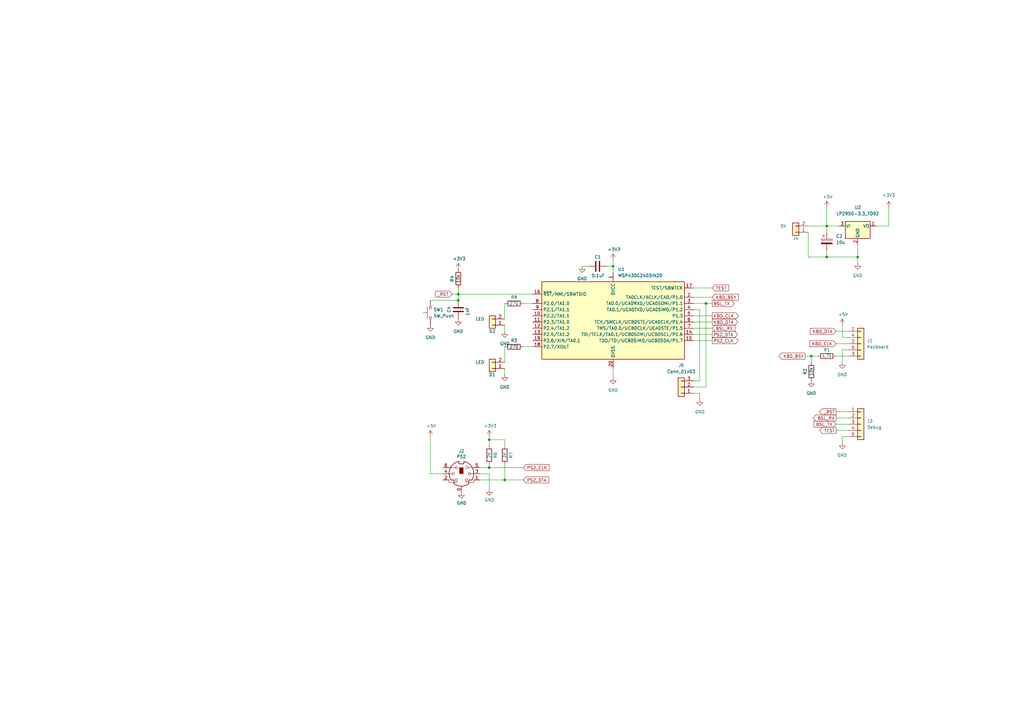
<source format=kicad_sch>
(kicad_sch (version 20211123) (generator eeschema)

  (uuid 34a74736-156e-4bf3-9200-cd137cfa59da)

  (paper "A3")

  (title_block
    (title "Big Tandy Keyboard Adapter")
    (date "2022-07-04")
    (rev "V0.0")
    (comment 3 "Title: TRS-80 Keyboard Adapter for Big Tandy")
    (comment 4 "Author: Matt Boytim")
  )

  (lib_symbols
    (symbol "Conn_01x05_1" (pin_names (offset 1.016) hide) (in_bom yes) (on_board yes)
      (property "Reference" "J1" (id 0) (at 2.54 1.2701 0)
        (effects (font (size 1.27 1.27)) (justify left))
      )
      (property "Value" "Conn_01x05_1" (id 1) (at 2.54 -1.2699 0)
        (effects (font (size 1.27 1.27)) (justify left))
      )
      (property "Footprint" "TRS-80-M3-VID:DIN5" (id 2) (at 0 0 0)
        (effects (font (size 1.27 1.27)) hide)
      )
      (property "Datasheet" "~" (id 3) (at 0 0 0)
        (effects (font (size 1.27 1.27)) hide)
      )
      (property "ki_keywords" "connector" (id 4) (at 0 0 0)
        (effects (font (size 1.27 1.27)) hide)
      )
      (property "ki_description" "Generic connector, single row, 01x05, script generated (kicad-library-utils/schlib/autogen/connector/)" (id 5) (at 0 0 0)
        (effects (font (size 1.27 1.27)) hide)
      )
      (property "ki_fp_filters" "Connector*:*_1x??_*" (id 6) (at 0 0 0)
        (effects (font (size 1.27 1.27)) hide)
      )
      (symbol "Conn_01x05_1_1_1"
        (rectangle (start -1.27 -4.953) (end 0 -5.207)
          (stroke (width 0.1524) (type default) (color 0 0 0 0))
          (fill (type none))
        )
        (rectangle (start -1.27 -2.413) (end 0 -2.667)
          (stroke (width 0.1524) (type default) (color 0 0 0 0))
          (fill (type none))
        )
        (rectangle (start -1.27 0.127) (end 0 -0.127)
          (stroke (width 0.1524) (type default) (color 0 0 0 0))
          (fill (type none))
        )
        (rectangle (start -1.27 2.667) (end 0 2.413)
          (stroke (width 0.1524) (type default) (color 0 0 0 0))
          (fill (type none))
        )
        (rectangle (start -1.27 5.207) (end 0 4.953)
          (stroke (width 0.1524) (type default) (color 0 0 0 0))
          (fill (type none))
        )
        (rectangle (start -1.27 6.35) (end 1.27 -6.35)
          (stroke (width 0.254) (type default) (color 0 0 0 0))
          (fill (type background))
        )
        (pin passive line (at -5.08 5.08 0) (length 3.81)
          (name "Pin_1" (effects (font (size 1.27 1.27))))
          (number "1" (effects (font (size 1.27 1.27))))
        )
        (pin passive line (at -5.08 0 0) (length 3.81)
          (name "Pin_2" (effects (font (size 1.27 1.27))))
          (number "2" (effects (font (size 1.27 1.27))))
        )
        (pin passive line (at -5.08 -5.08 0) (length 3.81)
          (name "Pin_3" (effects (font (size 1.27 1.27))))
          (number "3" (effects (font (size 1.27 1.27))))
        )
        (pin passive line (at -5.08 2.54 0) (length 3.81)
          (name "Pin_4" (effects (font (size 1.27 1.27))))
          (number "4" (effects (font (size 1.27 1.27))))
        )
        (pin passive line (at -5.08 -2.54 0) (length 3.81)
          (name "Pin_5" (effects (font (size 1.27 1.27))))
          (number "5" (effects (font (size 1.27 1.27))))
        )
      )
    )
    (symbol "Connector:Mini-DIN-6" (pin_names (offset 1.016)) (in_bom yes) (on_board yes)
      (property "Reference" "J3" (id 0) (at 0 9.3218 0)
        (effects (font (size 1.27 1.27)))
      )
      (property "Value" "Mini-DIN-6" (id 1) (at 0 7.0104 0)
        (effects (font (size 1.27 1.27)))
      )
      (property "Footprint" "TRS-80:minidin_6_ps2_pcb_mount" (id 2) (at 0 0 0)
        (effects (font (size 1.27 1.27)) hide)
      )
      (property "Datasheet" "http://service.powerdynamics.com/ec/Catalog17/Section%2011.pdf" (id 3) (at 0 0 0)
        (effects (font (size 1.27 1.27)) hide)
      )
      (property "ki_keywords" "Mini-DIN" (id 4) (at 0 0 0)
        (effects (font (size 1.27 1.27)) hide)
      )
      (property "ki_description" "6-pin Mini-DIN connector" (id 5) (at 0 0 0)
        (effects (font (size 1.27 1.27)) hide)
      )
      (property "ki_fp_filters" "MINI?DIN*" (id 6) (at 0 0 0)
        (effects (font (size 1.27 1.27)) hide)
      )
      (symbol "Mini-DIN-6_0_1"
        (circle (center -3.302 0) (radius 0.508)
          (stroke (width 0) (type default) (color 0 0 0 0))
          (fill (type none))
        )
        (arc (start -3.048 -4.064) (mid 0 -5.08) (end 3.048 -4.064)
          (stroke (width 0.254) (type default) (color 0 0 0 0))
          (fill (type none))
        )
        (circle (center -2.032 -2.54) (radius 0.508)
          (stroke (width 0) (type default) (color 0 0 0 0))
          (fill (type none))
        )
        (circle (center -2.032 2.54) (radius 0.508)
          (stroke (width 0) (type default) (color 0 0 0 0))
          (fill (type none))
        )
        (arc (start -1.016 5.08) (mid -4.6243 2.1182) (end -4.318 -2.54)
          (stroke (width 0.254) (type default) (color 0 0 0 0))
          (fill (type none))
        )
        (rectangle (start -0.762 2.54) (end 0.762 0)
          (stroke (width 0) (type default) (color 0 0 0 0))
          (fill (type outline))
        )
        (polyline
          (pts
            (xy -3.81 0)
            (xy -5.08 0)
          )
          (stroke (width 0) (type default) (color 0 0 0 0))
          (fill (type none))
        )
        (polyline
          (pts
            (xy -2.54 2.54)
            (xy -5.08 2.54)
          )
          (stroke (width 0) (type default) (color 0 0 0 0))
          (fill (type none))
        )
        (polyline
          (pts
            (xy 2.794 2.54)
            (xy 5.08 2.54)
          )
          (stroke (width 0) (type default) (color 0 0 0 0))
          (fill (type none))
        )
        (polyline
          (pts
            (xy 5.08 0)
            (xy 3.81 0)
          )
          (stroke (width 0) (type default) (color 0 0 0 0))
          (fill (type none))
        )
        (polyline
          (pts
            (xy -4.318 -2.54)
            (xy -3.048 -2.54)
            (xy -3.048 -4.064)
          )
          (stroke (width 0.254) (type default) (color 0 0 0 0))
          (fill (type none))
        )
        (polyline
          (pts
            (xy 4.318 -2.54)
            (xy 3.048 -2.54)
            (xy 3.048 -4.064)
          )
          (stroke (width 0.254) (type default) (color 0 0 0 0))
          (fill (type none))
        )
        (polyline
          (pts
            (xy -2.032 -3.048)
            (xy -2.032 -3.556)
            (xy -5.08 -3.556)
            (xy -5.08 -2.54)
          )
          (stroke (width 0) (type default) (color 0 0 0 0))
          (fill (type none))
        )
        (polyline
          (pts
            (xy -1.016 5.08)
            (xy -1.016 4.064)
            (xy 1.016 4.064)
            (xy 1.016 5.08)
          )
          (stroke (width 0.254) (type default) (color 0 0 0 0))
          (fill (type none))
        )
        (polyline
          (pts
            (xy 2.032 -3.048)
            (xy 2.032 -3.556)
            (xy 5.08 -3.556)
            (xy 5.08 -2.54)
          )
          (stroke (width 0) (type default) (color 0 0 0 0))
          (fill (type none))
        )
        (circle (center 2.032 -2.54) (radius 0.508)
          (stroke (width 0) (type default) (color 0 0 0 0))
          (fill (type none))
        )
        (circle (center 2.286 2.54) (radius 0.508)
          (stroke (width 0) (type default) (color 0 0 0 0))
          (fill (type none))
        )
        (circle (center 3.302 0) (radius 0.508)
          (stroke (width 0) (type default) (color 0 0 0 0))
          (fill (type none))
        )
        (arc (start 4.318 -2.54) (mid 4.6646 2.1357) (end 1.016 5.08)
          (stroke (width 0.254) (type default) (color 0 0 0 0))
          (fill (type none))
        )
      )
      (symbol "Mini-DIN-6_1_1"
        (pin passive line (at 0 -7.62 90) (length 2.54)
          (name "" (effects (font (size 1.27 1.27))))
          (number "0" (effects (font (size 1.27 1.27))))
        )
        (pin passive line (at 7.62 -2.54 180) (length 2.54)
          (name "~" (effects (font (size 1.27 1.27))))
          (number "1" (effects (font (size 1.27 1.27))))
        )
        (pin passive line (at -7.62 -2.54 0) (length 2.54)
          (name "~" (effects (font (size 1.27 1.27))))
          (number "2" (effects (font (size 1.27 1.27))))
        )
        (pin passive line (at 7.62 0 180) (length 2.54)
          (name "~" (effects (font (size 1.27 1.27))))
          (number "3" (effects (font (size 1.27 1.27))))
        )
        (pin passive line (at -7.62 0 0) (length 2.54)
          (name "~" (effects (font (size 1.27 1.27))))
          (number "4" (effects (font (size 1.27 1.27))))
        )
        (pin passive line (at 7.62 2.54 180) (length 2.54)
          (name "~" (effects (font (size 1.27 1.27))))
          (number "5" (effects (font (size 1.27 1.27))))
        )
        (pin passive line (at -7.62 2.54 0) (length 2.54)
          (name "~" (effects (font (size 1.27 1.27))))
          (number "6" (effects (font (size 1.27 1.27))))
        )
      )
    )
    (symbol "Connector_Generic:Conn_01x03" (pin_names (offset 1.016) hide) (in_bom yes) (on_board yes)
      (property "Reference" "J" (id 0) (at 0 5.08 0)
        (effects (font (size 1.27 1.27)))
      )
      (property "Value" "Conn_01x03" (id 1) (at 0 -5.08 0)
        (effects (font (size 1.27 1.27)))
      )
      (property "Footprint" "" (id 2) (at 0 0 0)
        (effects (font (size 1.27 1.27)) hide)
      )
      (property "Datasheet" "~" (id 3) (at 0 0 0)
        (effects (font (size 1.27 1.27)) hide)
      )
      (property "ki_keywords" "connector" (id 4) (at 0 0 0)
        (effects (font (size 1.27 1.27)) hide)
      )
      (property "ki_description" "Generic connector, single row, 01x03, script generated (kicad-library-utils/schlib/autogen/connector/)" (id 5) (at 0 0 0)
        (effects (font (size 1.27 1.27)) hide)
      )
      (property "ki_fp_filters" "Connector*:*_1x??_*" (id 6) (at 0 0 0)
        (effects (font (size 1.27 1.27)) hide)
      )
      (symbol "Conn_01x03_1_1"
        (rectangle (start -1.27 -2.413) (end 0 -2.667)
          (stroke (width 0.1524) (type default) (color 0 0 0 0))
          (fill (type none))
        )
        (rectangle (start -1.27 0.127) (end 0 -0.127)
          (stroke (width 0.1524) (type default) (color 0 0 0 0))
          (fill (type none))
        )
        (rectangle (start -1.27 2.667) (end 0 2.413)
          (stroke (width 0.1524) (type default) (color 0 0 0 0))
          (fill (type none))
        )
        (rectangle (start -1.27 3.81) (end 1.27 -3.81)
          (stroke (width 0.254) (type default) (color 0 0 0 0))
          (fill (type background))
        )
        (pin passive line (at -5.08 2.54 0) (length 3.81)
          (name "Pin_1" (effects (font (size 1.27 1.27))))
          (number "1" (effects (font (size 1.27 1.27))))
        )
        (pin passive line (at -5.08 0 0) (length 3.81)
          (name "Pin_2" (effects (font (size 1.27 1.27))))
          (number "2" (effects (font (size 1.27 1.27))))
        )
        (pin passive line (at -5.08 -2.54 0) (length 3.81)
          (name "Pin_3" (effects (font (size 1.27 1.27))))
          (number "3" (effects (font (size 1.27 1.27))))
        )
      )
    )
    (symbol "Connector_Generic:Conn_01x05" (pin_names (offset 1.016) hide) (in_bom yes) (on_board yes)
      (property "Reference" "J" (id 0) (at 0 7.62 0)
        (effects (font (size 1.27 1.27)))
      )
      (property "Value" "Conn_01x05" (id 1) (at 0 -7.62 0)
        (effects (font (size 1.27 1.27)))
      )
      (property "Footprint" "" (id 2) (at 0 0 0)
        (effects (font (size 1.27 1.27)) hide)
      )
      (property "Datasheet" "~" (id 3) (at 0 0 0)
        (effects (font (size 1.27 1.27)) hide)
      )
      (property "ki_keywords" "connector" (id 4) (at 0 0 0)
        (effects (font (size 1.27 1.27)) hide)
      )
      (property "ki_description" "Generic connector, single row, 01x05, script generated (kicad-library-utils/schlib/autogen/connector/)" (id 5) (at 0 0 0)
        (effects (font (size 1.27 1.27)) hide)
      )
      (property "ki_fp_filters" "Connector*:*_1x??_*" (id 6) (at 0 0 0)
        (effects (font (size 1.27 1.27)) hide)
      )
      (symbol "Conn_01x05_1_1"
        (rectangle (start -1.27 -4.953) (end 0 -5.207)
          (stroke (width 0.1524) (type default) (color 0 0 0 0))
          (fill (type none))
        )
        (rectangle (start -1.27 -2.413) (end 0 -2.667)
          (stroke (width 0.1524) (type default) (color 0 0 0 0))
          (fill (type none))
        )
        (rectangle (start -1.27 0.127) (end 0 -0.127)
          (stroke (width 0.1524) (type default) (color 0 0 0 0))
          (fill (type none))
        )
        (rectangle (start -1.27 2.667) (end 0 2.413)
          (stroke (width 0.1524) (type default) (color 0 0 0 0))
          (fill (type none))
        )
        (rectangle (start -1.27 5.207) (end 0 4.953)
          (stroke (width 0.1524) (type default) (color 0 0 0 0))
          (fill (type none))
        )
        (rectangle (start -1.27 6.35) (end 1.27 -6.35)
          (stroke (width 0.254) (type default) (color 0 0 0 0))
          (fill (type background))
        )
        (pin passive line (at -5.08 5.08 0) (length 3.81)
          (name "Pin_1" (effects (font (size 1.27 1.27))))
          (number "1" (effects (font (size 1.27 1.27))))
        )
        (pin passive line (at -5.08 2.54 0) (length 3.81)
          (name "Pin_2" (effects (font (size 1.27 1.27))))
          (number "2" (effects (font (size 1.27 1.27))))
        )
        (pin passive line (at -5.08 0 0) (length 3.81)
          (name "Pin_3" (effects (font (size 1.27 1.27))))
          (number "3" (effects (font (size 1.27 1.27))))
        )
        (pin passive line (at -5.08 -2.54 0) (length 3.81)
          (name "Pin_4" (effects (font (size 1.27 1.27))))
          (number "4" (effects (font (size 1.27 1.27))))
        )
        (pin passive line (at -5.08 -5.08 0) (length 3.81)
          (name "Pin_5" (effects (font (size 1.27 1.27))))
          (number "5" (effects (font (size 1.27 1.27))))
        )
      )
    )
    (symbol "Device:C" (pin_numbers hide) (pin_names (offset 0.254)) (in_bom yes) (on_board yes)
      (property "Reference" "C" (id 0) (at 0.635 2.54 0)
        (effects (font (size 1.27 1.27)) (justify left))
      )
      (property "Value" "C" (id 1) (at 0.635 -2.54 0)
        (effects (font (size 1.27 1.27)) (justify left))
      )
      (property "Footprint" "" (id 2) (at 0.9652 -3.81 0)
        (effects (font (size 1.27 1.27)) hide)
      )
      (property "Datasheet" "~" (id 3) (at 0 0 0)
        (effects (font (size 1.27 1.27)) hide)
      )
      (property "ki_keywords" "cap capacitor" (id 4) (at 0 0 0)
        (effects (font (size 1.27 1.27)) hide)
      )
      (property "ki_description" "Unpolarized capacitor" (id 5) (at 0 0 0)
        (effects (font (size 1.27 1.27)) hide)
      )
      (property "ki_fp_filters" "C_*" (id 6) (at 0 0 0)
        (effects (font (size 1.27 1.27)) hide)
      )
      (symbol "C_0_1"
        (polyline
          (pts
            (xy -2.032 -0.762)
            (xy 2.032 -0.762)
          )
          (stroke (width 0.508) (type default) (color 0 0 0 0))
          (fill (type none))
        )
        (polyline
          (pts
            (xy -2.032 0.762)
            (xy 2.032 0.762)
          )
          (stroke (width 0.508) (type default) (color 0 0 0 0))
          (fill (type none))
        )
      )
      (symbol "C_1_1"
        (pin passive line (at 0 3.81 270) (length 2.794)
          (name "~" (effects (font (size 1.27 1.27))))
          (number "1" (effects (font (size 1.27 1.27))))
        )
        (pin passive line (at 0 -3.81 90) (length 2.794)
          (name "~" (effects (font (size 1.27 1.27))))
          (number "2" (effects (font (size 1.27 1.27))))
        )
      )
    )
    (symbol "Device:C_Polarized" (pin_numbers hide) (pin_names (offset 0.254)) (in_bom yes) (on_board yes)
      (property "Reference" "C" (id 0) (at 0.635 2.54 0)
        (effects (font (size 1.27 1.27)) (justify left))
      )
      (property "Value" "C_Polarized" (id 1) (at 0.635 -2.54 0)
        (effects (font (size 1.27 1.27)) (justify left))
      )
      (property "Footprint" "" (id 2) (at 0.9652 -3.81 0)
        (effects (font (size 1.27 1.27)) hide)
      )
      (property "Datasheet" "~" (id 3) (at 0 0 0)
        (effects (font (size 1.27 1.27)) hide)
      )
      (property "ki_keywords" "cap capacitor" (id 4) (at 0 0 0)
        (effects (font (size 1.27 1.27)) hide)
      )
      (property "ki_description" "Polarized capacitor" (id 5) (at 0 0 0)
        (effects (font (size 1.27 1.27)) hide)
      )
      (property "ki_fp_filters" "CP_*" (id 6) (at 0 0 0)
        (effects (font (size 1.27 1.27)) hide)
      )
      (symbol "C_Polarized_0_1"
        (rectangle (start -2.286 0.508) (end 2.286 1.016)
          (stroke (width 0) (type default) (color 0 0 0 0))
          (fill (type none))
        )
        (polyline
          (pts
            (xy -1.778 2.286)
            (xy -0.762 2.286)
          )
          (stroke (width 0) (type default) (color 0 0 0 0))
          (fill (type none))
        )
        (polyline
          (pts
            (xy -1.27 2.794)
            (xy -1.27 1.778)
          )
          (stroke (width 0) (type default) (color 0 0 0 0))
          (fill (type none))
        )
        (rectangle (start 2.286 -0.508) (end -2.286 -1.016)
          (stroke (width 0) (type default) (color 0 0 0 0))
          (fill (type outline))
        )
      )
      (symbol "C_Polarized_1_1"
        (pin passive line (at 0 3.81 270) (length 2.794)
          (name "~" (effects (font (size 1.27 1.27))))
          (number "1" (effects (font (size 1.27 1.27))))
        )
        (pin passive line (at 0 -3.81 90) (length 2.794)
          (name "~" (effects (font (size 1.27 1.27))))
          (number "2" (effects (font (size 1.27 1.27))))
        )
      )
    )
    (symbol "Device:R" (pin_numbers hide) (pin_names (offset 0)) (in_bom yes) (on_board yes)
      (property "Reference" "R" (id 0) (at 2.032 0 90)
        (effects (font (size 1.27 1.27)))
      )
      (property "Value" "R" (id 1) (at 0 0 90)
        (effects (font (size 1.27 1.27)))
      )
      (property "Footprint" "" (id 2) (at -1.778 0 90)
        (effects (font (size 1.27 1.27)) hide)
      )
      (property "Datasheet" "~" (id 3) (at 0 0 0)
        (effects (font (size 1.27 1.27)) hide)
      )
      (property "ki_keywords" "R res resistor" (id 4) (at 0 0 0)
        (effects (font (size 1.27 1.27)) hide)
      )
      (property "ki_description" "Resistor" (id 5) (at 0 0 0)
        (effects (font (size 1.27 1.27)) hide)
      )
      (property "ki_fp_filters" "R_*" (id 6) (at 0 0 0)
        (effects (font (size 1.27 1.27)) hide)
      )
      (symbol "R_0_1"
        (rectangle (start -1.016 -2.54) (end 1.016 2.54)
          (stroke (width 0.254) (type default) (color 0 0 0 0))
          (fill (type none))
        )
      )
      (symbol "R_1_1"
        (pin passive line (at 0 3.81 270) (length 1.27)
          (name "~" (effects (font (size 1.27 1.27))))
          (number "1" (effects (font (size 1.27 1.27))))
        )
        (pin passive line (at 0 -3.81 90) (length 1.27)
          (name "~" (effects (font (size 1.27 1.27))))
          (number "2" (effects (font (size 1.27 1.27))))
        )
      )
    )
    (symbol "MCU_Texas_MSP430:MSP430G2403IN20" (in_bom yes) (on_board yes)
      (property "Reference" "U" (id 0) (at -27.94 17.78 0)
        (effects (font (size 1.27 1.27)))
      )
      (property "Value" "MSP430G2403IN20" (id 1) (at 21.59 -16.51 0)
        (effects (font (size 1.27 1.27)))
      )
      (property "Footprint" "Package_DIP:DIP-20_W7.62mm" (id 2) (at -27.94 -13.97 0)
        (effects (font (size 1.27 1.27) italic) hide)
      )
      (property "Datasheet" "http://www.ti.com/lit/ds/symlink/msp430g2403.pdf" (id 3) (at 0 0 0)
        (effects (font (size 1.27 1.27)) hide)
      )
      (property "ki_keywords" "TI MSP430 16-bit mixed signal microcontroller" (id 4) (at 0 0 0)
        (effects (font (size 1.27 1.27)) hide)
      )
      (property "ki_description" "8kB Flash, 512B RAM, DIP-20" (id 5) (at 0 0 0)
        (effects (font (size 1.27 1.27)) hide)
      )
      (property "ki_fp_filters" "DIP*W7.62mm*" (id 6) (at 0 0 0)
        (effects (font (size 1.27 1.27)) hide)
      )
      (symbol "MSP430G2403IN20_0_1"
        (rectangle (start -29.21 16.51) (end 29.21 -15.24)
          (stroke (width 0.254) (type default) (color 0 0 0 0))
          (fill (type background))
        )
      )
      (symbol "MSP430G2403IN20_1_1"
        (pin power_in line (at 0 20.32 270) (length 3.81)
          (name "DVCC" (effects (font (size 1.27 1.27))))
          (number "1" (effects (font (size 1.27 1.27))))
        )
        (pin bidirectional line (at -33.02 2.54 0) (length 3.81)
          (name "P2.2/TA1.1" (effects (font (size 1.27 1.27))))
          (number "10" (effects (font (size 1.27 1.27))))
        )
        (pin bidirectional line (at -33.02 0 0) (length 3.81)
          (name "P2.3/TA1.0" (effects (font (size 1.27 1.27))))
          (number "11" (effects (font (size 1.27 1.27))))
        )
        (pin bidirectional line (at -33.02 -2.54 0) (length 3.81)
          (name "P2.4/TA1.2" (effects (font (size 1.27 1.27))))
          (number "12" (effects (font (size 1.27 1.27))))
        )
        (pin bidirectional line (at -33.02 -5.08 0) (length 3.81)
          (name "P2.5/TA1.2" (effects (font (size 1.27 1.27))))
          (number "13" (effects (font (size 1.27 1.27))))
        )
        (pin bidirectional line (at 33.02 -5.08 180) (length 3.81)
          (name "TDI/TCLK/TA0.1/UCB0SOMI/UCB0SCL/P1.6" (effects (font (size 1.27 1.27))))
          (number "14" (effects (font (size 1.27 1.27))))
        )
        (pin bidirectional line (at 33.02 -7.62 180) (length 3.81)
          (name "TDO/TDI/UCB0SIMO/UCB0SDA/P1.7" (effects (font (size 1.27 1.27))))
          (number "15" (effects (font (size 1.27 1.27))))
        )
        (pin input line (at -33.02 11.43 0) (length 3.81)
          (name "~{RST}/NMI/SBWTDIO" (effects (font (size 1.27 1.27))))
          (number "16" (effects (font (size 1.27 1.27))))
        )
        (pin input line (at 33.02 13.97 180) (length 3.81)
          (name "TEST/SBWTCK" (effects (font (size 1.27 1.27))))
          (number "17" (effects (font (size 1.27 1.27))))
        )
        (pin bidirectional line (at -33.02 -10.16 0) (length 3.81)
          (name "P2.7/XOUT" (effects (font (size 1.27 1.27))))
          (number "18" (effects (font (size 1.27 1.27))))
        )
        (pin bidirectional line (at -33.02 -7.62 0) (length 3.81)
          (name "P2.6/XIN/TA0.1" (effects (font (size 1.27 1.27))))
          (number "19" (effects (font (size 1.27 1.27))))
        )
        (pin bidirectional line (at 33.02 10.16 180) (length 3.81)
          (name "TA0CLK/ACLK/CA0/P1.0" (effects (font (size 1.27 1.27))))
          (number "2" (effects (font (size 1.27 1.27))))
        )
        (pin power_in line (at 0 -19.05 90) (length 3.81)
          (name "DVSS" (effects (font (size 1.27 1.27))))
          (number "20" (effects (font (size 1.27 1.27))))
        )
        (pin bidirectional line (at 33.02 7.62 180) (length 3.81)
          (name "TA0.0/UCA0RXD/UCA0SOMI/P1.1" (effects (font (size 1.27 1.27))))
          (number "3" (effects (font (size 1.27 1.27))))
        )
        (pin bidirectional line (at 33.02 5.08 180) (length 3.81)
          (name "TA0.1/UCA0TXD/UCA0SIMO/P1.2" (effects (font (size 1.27 1.27))))
          (number "4" (effects (font (size 1.27 1.27))))
        )
        (pin bidirectional line (at 33.02 2.54 180) (length 3.81)
          (name "P1.3" (effects (font (size 1.27 1.27))))
          (number "5" (effects (font (size 1.27 1.27))))
        )
        (pin bidirectional line (at 33.02 0 180) (length 3.81)
          (name "TCK/SMCLK/UCB0STE/UCA0CLK/P1.4" (effects (font (size 1.27 1.27))))
          (number "6" (effects (font (size 1.27 1.27))))
        )
        (pin bidirectional line (at 33.02 -2.54 180) (length 3.81)
          (name "TMS/TA0.0/UCB0CLK/UCA0STE/P1.5" (effects (font (size 1.27 1.27))))
          (number "7" (effects (font (size 1.27 1.27))))
        )
        (pin bidirectional line (at -33.02 7.62 0) (length 3.81)
          (name "P2.0/TA1.0" (effects (font (size 1.27 1.27))))
          (number "8" (effects (font (size 1.27 1.27))))
        )
        (pin bidirectional line (at -33.02 5.08 0) (length 3.81)
          (name "P2.1/TA1.1" (effects (font (size 1.27 1.27))))
          (number "9" (effects (font (size 1.27 1.27))))
        )
      )
    )
    (symbol "Regulator_Linear:LP2950-3.3_TO92" (pin_names (offset 0.254)) (in_bom yes) (on_board yes)
      (property "Reference" "U" (id 0) (at -3.81 3.175 0)
        (effects (font (size 1.27 1.27)))
      )
      (property "Value" "LP2950-3.3_TO92" (id 1) (at 0 3.175 0)
        (effects (font (size 1.27 1.27)) (justify left))
      )
      (property "Footprint" "Package_TO_SOT_THT:TO-92_Inline" (id 2) (at 0 5.715 0)
        (effects (font (size 1.27 1.27) italic) hide)
      )
      (property "Datasheet" "http://www.ti.com/lit/ds/symlink/lp2950.pdf" (id 3) (at 0 -1.27 0)
        (effects (font (size 1.27 1.27)) hide)
      )
      (property "ki_keywords" "Micropower Voltage Regulator 100mA Positive" (id 4) (at 0 0 0)
        (effects (font (size 1.27 1.27)) hide)
      )
      (property "ki_description" "Positive 100mA 30V Linear Micropower Voltage Regulator, Fixed Output 3.3V, TO-92" (id 5) (at 0 0 0)
        (effects (font (size 1.27 1.27)) hide)
      )
      (property "ki_fp_filters" "TO?92*" (id 6) (at 0 0 0)
        (effects (font (size 1.27 1.27)) hide)
      )
      (symbol "LP2950-3.3_TO92_0_1"
        (rectangle (start -5.08 -5.08) (end 5.08 1.905)
          (stroke (width 0.254) (type default) (color 0 0 0 0))
          (fill (type background))
        )
      )
      (symbol "LP2950-3.3_TO92_1_1"
        (pin power_out line (at 7.62 0 180) (length 2.54)
          (name "VO" (effects (font (size 1.27 1.27))))
          (number "1" (effects (font (size 1.27 1.27))))
        )
        (pin power_in line (at 0 -7.62 90) (length 2.54)
          (name "GND" (effects (font (size 1.27 1.27))))
          (number "2" (effects (font (size 1.27 1.27))))
        )
        (pin power_in line (at -7.62 0 0) (length 2.54)
          (name "VI" (effects (font (size 1.27 1.27))))
          (number "3" (effects (font (size 1.27 1.27))))
        )
      )
    )
    (symbol "Switch:SW_Push" (pin_numbers hide) (pin_names (offset 1.016) hide) (in_bom yes) (on_board yes)
      (property "Reference" "SW" (id 0) (at 1.27 2.54 0)
        (effects (font (size 1.27 1.27)) (justify left))
      )
      (property "Value" "SW_Push" (id 1) (at 0 -1.524 0)
        (effects (font (size 1.27 1.27)))
      )
      (property "Footprint" "" (id 2) (at 0 5.08 0)
        (effects (font (size 1.27 1.27)) hide)
      )
      (property "Datasheet" "~" (id 3) (at 0 5.08 0)
        (effects (font (size 1.27 1.27)) hide)
      )
      (property "ki_keywords" "switch normally-open pushbutton push-button" (id 4) (at 0 0 0)
        (effects (font (size 1.27 1.27)) hide)
      )
      (property "ki_description" "Push button switch, generic, two pins" (id 5) (at 0 0 0)
        (effects (font (size 1.27 1.27)) hide)
      )
      (symbol "SW_Push_0_1"
        (circle (center -2.032 0) (radius 0.508)
          (stroke (width 0) (type default) (color 0 0 0 0))
          (fill (type none))
        )
        (polyline
          (pts
            (xy 0 1.27)
            (xy 0 3.048)
          )
          (stroke (width 0) (type default) (color 0 0 0 0))
          (fill (type none))
        )
        (polyline
          (pts
            (xy 2.54 1.27)
            (xy -2.54 1.27)
          )
          (stroke (width 0) (type default) (color 0 0 0 0))
          (fill (type none))
        )
        (circle (center 2.032 0) (radius 0.508)
          (stroke (width 0) (type default) (color 0 0 0 0))
          (fill (type none))
        )
        (pin passive line (at -5.08 0 0) (length 2.54)
          (name "1" (effects (font (size 1.27 1.27))))
          (number "1" (effects (font (size 1.27 1.27))))
        )
        (pin passive line (at 5.08 0 180) (length 2.54)
          (name "2" (effects (font (size 1.27 1.27))))
          (number "2" (effects (font (size 1.27 1.27))))
        )
      )
    )
    (symbol "conn:Conn_01x02" (pin_names (offset 1.016) hide) (in_bom yes) (on_board yes)
      (property "Reference" "J" (id 0) (at 0 2.54 0)
        (effects (font (size 1.27 1.27)))
      )
      (property "Value" "conn_Conn_01x02" (id 1) (at 0 -5.08 0)
        (effects (font (size 1.27 1.27)))
      )
      (property "Footprint" "" (id 2) (at 0 0 0)
        (effects (font (size 1.27 1.27)) hide)
      )
      (property "Datasheet" "" (id 3) (at 0 0 0)
        (effects (font (size 1.27 1.27)) hide)
      )
      (property "ki_fp_filters" "Connector*:*_??x*mm* Connector*:*1x??x*mm* Pin?Header?Straight?1X* Pin?Header?Angled?1X* Socket?Strip?Straight?1X* Socket?Strip?Angled?1X*" (id 4) (at 0 0 0)
        (effects (font (size 1.27 1.27)) hide)
      )
      (symbol "Conn_01x02_1_1"
        (rectangle (start -1.27 -2.413) (end 0 -2.667)
          (stroke (width 0.1524) (type default) (color 0 0 0 0))
          (fill (type none))
        )
        (rectangle (start -1.27 0.127) (end 0 -0.127)
          (stroke (width 0.1524) (type default) (color 0 0 0 0))
          (fill (type none))
        )
        (rectangle (start -1.27 1.27) (end 1.27 -3.81)
          (stroke (width 0.254) (type default) (color 0 0 0 0))
          (fill (type background))
        )
        (pin passive line (at -5.08 0 0) (length 3.81)
          (name "Pin_1" (effects (font (size 1.27 1.27))))
          (number "1" (effects (font (size 1.27 1.27))))
        )
        (pin passive line (at -5.08 -2.54 0) (length 3.81)
          (name "Pin_2" (effects (font (size 1.27 1.27))))
          (number "2" (effects (font (size 1.27 1.27))))
        )
      )
    )
    (symbol "power:+3.3V" (power) (pin_names (offset 0)) (in_bom yes) (on_board yes)
      (property "Reference" "#PWR" (id 0) (at 0 -3.81 0)
        (effects (font (size 1.27 1.27)) hide)
      )
      (property "Value" "+3.3V" (id 1) (at 0 3.556 0)
        (effects (font (size 1.27 1.27)))
      )
      (property "Footprint" "" (id 2) (at 0 0 0)
        (effects (font (size 1.27 1.27)) hide)
      )
      (property "Datasheet" "" (id 3) (at 0 0 0)
        (effects (font (size 1.27 1.27)) hide)
      )
      (property "ki_keywords" "power-flag" (id 4) (at 0 0 0)
        (effects (font (size 1.27 1.27)) hide)
      )
      (property "ki_description" "Power symbol creates a global label with name \"+3.3V\"" (id 5) (at 0 0 0)
        (effects (font (size 1.27 1.27)) hide)
      )
      (symbol "+3.3V_0_1"
        (polyline
          (pts
            (xy -0.762 1.27)
            (xy 0 2.54)
          )
          (stroke (width 0) (type default) (color 0 0 0 0))
          (fill (type none))
        )
        (polyline
          (pts
            (xy 0 0)
            (xy 0 2.54)
          )
          (stroke (width 0) (type default) (color 0 0 0 0))
          (fill (type none))
        )
        (polyline
          (pts
            (xy 0 2.54)
            (xy 0.762 1.27)
          )
          (stroke (width 0) (type default) (color 0 0 0 0))
          (fill (type none))
        )
      )
      (symbol "+3.3V_1_1"
        (pin power_in line (at 0 0 90) (length 0) hide
          (name "+3V3" (effects (font (size 1.27 1.27))))
          (number "1" (effects (font (size 1.27 1.27))))
        )
      )
    )
    (symbol "power:+5V" (power) (pin_names (offset 0)) (in_bom yes) (on_board yes)
      (property "Reference" "#PWR" (id 0) (at 0 -3.81 0)
        (effects (font (size 1.27 1.27)) hide)
      )
      (property "Value" "+5V" (id 1) (at 0 3.556 0)
        (effects (font (size 1.27 1.27)))
      )
      (property "Footprint" "" (id 2) (at 0 0 0)
        (effects (font (size 1.27 1.27)) hide)
      )
      (property "Datasheet" "" (id 3) (at 0 0 0)
        (effects (font (size 1.27 1.27)) hide)
      )
      (property "ki_keywords" "power-flag" (id 4) (at 0 0 0)
        (effects (font (size 1.27 1.27)) hide)
      )
      (property "ki_description" "Power symbol creates a global label with name \"+5V\"" (id 5) (at 0 0 0)
        (effects (font (size 1.27 1.27)) hide)
      )
      (symbol "+5V_0_1"
        (polyline
          (pts
            (xy -0.762 1.27)
            (xy 0 2.54)
          )
          (stroke (width 0) (type default) (color 0 0 0 0))
          (fill (type none))
        )
        (polyline
          (pts
            (xy 0 0)
            (xy 0 2.54)
          )
          (stroke (width 0) (type default) (color 0 0 0 0))
          (fill (type none))
        )
        (polyline
          (pts
            (xy 0 2.54)
            (xy 0.762 1.27)
          )
          (stroke (width 0) (type default) (color 0 0 0 0))
          (fill (type none))
        )
      )
      (symbol "+5V_1_1"
        (pin power_in line (at 0 0 90) (length 0) hide
          (name "+5V" (effects (font (size 1.27 1.27))))
          (number "1" (effects (font (size 1.27 1.27))))
        )
      )
    )
    (symbol "power:GND" (power) (pin_names (offset 0)) (in_bom yes) (on_board yes)
      (property "Reference" "#PWR" (id 0) (at 0 -6.35 0)
        (effects (font (size 1.27 1.27)) hide)
      )
      (property "Value" "GND" (id 1) (at 0 -3.81 0)
        (effects (font (size 1.27 1.27)))
      )
      (property "Footprint" "" (id 2) (at 0 0 0)
        (effects (font (size 1.27 1.27)) hide)
      )
      (property "Datasheet" "" (id 3) (at 0 0 0)
        (effects (font (size 1.27 1.27)) hide)
      )
      (property "ki_keywords" "power-flag" (id 4) (at 0 0 0)
        (effects (font (size 1.27 1.27)) hide)
      )
      (property "ki_description" "Power symbol creates a global label with name \"GND\" , ground" (id 5) (at 0 0 0)
        (effects (font (size 1.27 1.27)) hide)
      )
      (symbol "GND_0_1"
        (polyline
          (pts
            (xy 0 0)
            (xy 0 -1.27)
            (xy 1.27 -1.27)
            (xy 0 -2.54)
            (xy -1.27 -1.27)
            (xy 0 -1.27)
          )
          (stroke (width 0) (type default) (color 0 0 0 0))
          (fill (type none))
        )
      )
      (symbol "GND_1_1"
        (pin power_in line (at 0 0 270) (length 0) hide
          (name "GND" (effects (font (size 1.27 1.27))))
          (number "1" (effects (font (size 1.27 1.27))))
        )
      )
    )
  )

  (junction (at 187.96 123.19) (diameter 0) (color 0 0 0 0)
    (uuid 136b32f8-ed63-4045-b81a-da3051af4bc7)
  )
  (junction (at 289.56 124.46) (diameter 0) (color 0 0 0 0)
    (uuid 18b03b6c-3eb5-4931-9e00-90a86c749f22)
  )
  (junction (at 207.01 196.85) (diameter 0) (color 0 0 0 0)
    (uuid 1b58d104-ccdb-4b75-b007-63e7e56ed92f)
  )
  (junction (at 351.79 105.41) (diameter 0) (color 0 0 0 0)
    (uuid 31ed5fb2-adcb-4ef3-93bd-a9193090f0d6)
  )
  (junction (at 332.74 146.05) (diameter 0) (color 0 0 0 0)
    (uuid 423ec4c9-aba0-4eca-932a-2326e75d6980)
  )
  (junction (at 339.09 92.71) (diameter 0) (color 0 0 0 0)
    (uuid 4ff00818-8759-4bd5-ae58-277d729e4b6e)
  )
  (junction (at 200.66 180.34) (diameter 0) (color 0 0 0 0)
    (uuid 52d79c18-350a-4614-8986-b44090a15160)
  )
  (junction (at 251.46 109.22) (diameter 0) (color 0 0 0 0)
    (uuid 709718b0-31f4-43c2-ba23-620bc2d07c19)
  )
  (junction (at 339.09 105.41) (diameter 0) (color 0 0 0 0)
    (uuid d51236f4-8a49-4814-b709-f66db0c3764e)
  )
  (junction (at 200.66 191.77) (diameter 0) (color 0 0 0 0)
    (uuid e621b478-d37d-4aa8-a941-5caa1ea55c59)
  )
  (junction (at 187.96 120.65) (diameter 0) (color 0 0 0 0)
    (uuid eaaeaa87-50f2-4ea8-922e-90b053aee420)
  )

  (wire (pts (xy 251.46 151.13) (xy 251.46 154.94))
    (stroke (width 0) (type default) (color 0 0 0 0))
    (uuid 00c79794-273b-423d-b94d-8d358207de0f)
  )
  (wire (pts (xy 187.96 118.11) (xy 187.96 120.65))
    (stroke (width 0) (type default) (color 0 0 0 0))
    (uuid 0802ef60-47e5-4d57-b419-a5af7427050f)
  )
  (wire (pts (xy 339.09 105.41) (xy 351.79 105.41))
    (stroke (width 0) (type default) (color 0 0 0 0))
    (uuid 0911ece3-2afc-4b8d-962f-c10d0725d6ba)
  )
  (wire (pts (xy 342.9 168.91) (xy 347.98 168.91))
    (stroke (width 0) (type default) (color 0 0 0 0))
    (uuid 0b19eaa6-0683-4d7f-86d9-491c9b0ed27d)
  )
  (wire (pts (xy 196.85 191.77) (xy 200.66 191.77))
    (stroke (width 0) (type default) (color 0 0 0 0))
    (uuid 0e8e4c28-0b4c-4cd7-b139-c4a416f9a038)
  )
  (wire (pts (xy 196.85 196.85) (xy 207.01 196.85))
    (stroke (width 0) (type default) (color 0 0 0 0))
    (uuid 0f916055-2f0f-476e-8623-f7c8d231250c)
  )
  (wire (pts (xy 284.48 139.7) (xy 292.1 139.7))
    (stroke (width 0) (type default) (color 0 0 0 0))
    (uuid 108b37b6-1793-4a74-bd91-7729eb79f075)
  )
  (wire (pts (xy 284.48 118.11) (xy 292.1 118.11))
    (stroke (width 0) (type default) (color 0 0 0 0))
    (uuid 10e33af1-3371-49d3-9266-039e11b09e1c)
  )
  (wire (pts (xy 284.48 132.08) (xy 292.1 132.08))
    (stroke (width 0) (type default) (color 0 0 0 0))
    (uuid 1117377a-ab11-4390-a346-57323e16514c)
  )
  (wire (pts (xy 342.9 135.89) (xy 347.98 135.89))
    (stroke (width 0) (type default) (color 0 0 0 0))
    (uuid 115e7ff1-7f98-4cee-adcb-35c4ae2405f4)
  )
  (wire (pts (xy 196.85 194.31) (xy 200.66 194.31))
    (stroke (width 0) (type default) (color 0 0 0 0))
    (uuid 1339f2ae-239e-44b1-8114-665f347c235a)
  )
  (wire (pts (xy 214.63 191.77) (xy 200.66 191.77))
    (stroke (width 0) (type default) (color 0 0 0 0))
    (uuid 1e171bfa-d4f0-4723-a5ef-f6754456bcb3)
  )
  (wire (pts (xy 289.56 124.46) (xy 292.1 124.46))
    (stroke (width 0) (type default) (color 0 0 0 0))
    (uuid 29210db5-1fe4-44ab-a61f-703001336dce)
  )
  (wire (pts (xy 287.02 156.21) (xy 284.48 156.21))
    (stroke (width 0) (type default) (color 0 0 0 0))
    (uuid 2a6e85fc-111c-4548-9073-3ad6ed87d91f)
  )
  (wire (pts (xy 200.66 194.31) (xy 200.66 200.66))
    (stroke (width 0) (type default) (color 0 0 0 0))
    (uuid 2af0afcc-36df-41c2-9e7a-76f5a9887a81)
  )
  (wire (pts (xy 284.48 134.62) (xy 292.1 134.62))
    (stroke (width 0) (type default) (color 0 0 0 0))
    (uuid 31083974-13fa-4363-a23c-58aaaedc96a8)
  )
  (wire (pts (xy 342.9 140.97) (xy 347.98 140.97))
    (stroke (width 0) (type default) (color 0 0 0 0))
    (uuid 33b3fe6c-dcb8-4baa-89fa-6f871704f9be)
  )
  (wire (pts (xy 289.56 158.75) (xy 284.48 158.75))
    (stroke (width 0) (type default) (color 0 0 0 0))
    (uuid 350c51f0-11d7-4bfe-a4b5-5a629c260aa9)
  )
  (wire (pts (xy 176.53 123.19) (xy 187.96 123.19))
    (stroke (width 0) (type default) (color 0 0 0 0))
    (uuid 371b425c-3e72-4cc2-988b-6e2a4fed9de1)
  )
  (wire (pts (xy 347.98 179.07) (xy 345.44 179.07))
    (stroke (width 0) (type default) (color 0 0 0 0))
    (uuid 3faa37f9-f43e-4a39-a505-8dea3e4e48b1)
  )
  (wire (pts (xy 207.01 151.13) (xy 207.01 153.67))
    (stroke (width 0) (type default) (color 0 0 0 0))
    (uuid 41b12ede-4402-4c73-8d6f-022bcfc153d3)
  )
  (wire (pts (xy 330.2 146.05) (xy 332.74 146.05))
    (stroke (width 0) (type default) (color 0 0 0 0))
    (uuid 47023425-c19c-4ee0-93b2-ecb0229fb082)
  )
  (wire (pts (xy 284.48 129.54) (xy 292.1 129.54))
    (stroke (width 0) (type default) (color 0 0 0 0))
    (uuid 4ef55293-0cb7-4b07-85bc-99a616f0d27e)
  )
  (wire (pts (xy 284.48 124.46) (xy 289.56 124.46))
    (stroke (width 0) (type default) (color 0 0 0 0))
    (uuid 51aef47a-6000-4245-b4fc-13ef1d11624e)
  )
  (wire (pts (xy 287.02 161.29) (xy 287.02 163.83))
    (stroke (width 0) (type default) (color 0 0 0 0))
    (uuid 52e4a759-e5fc-4981-b4cd-fbf3b0353d82)
  )
  (wire (pts (xy 284.48 127) (xy 287.02 127))
    (stroke (width 0) (type default) (color 0 0 0 0))
    (uuid 535510f7-7bcc-4af5-bb0b-fa5cf8fa29c8)
  )
  (wire (pts (xy 200.66 180.34) (xy 200.66 182.88))
    (stroke (width 0) (type default) (color 0 0 0 0))
    (uuid 5891eb7f-6778-43a9-a249-7f07b5cb0494)
  )
  (wire (pts (xy 332.74 146.05) (xy 335.28 146.05))
    (stroke (width 0) (type default) (color 0 0 0 0))
    (uuid 5bc9804a-a6dc-4502-91e1-13e3bd662ed3)
  )
  (wire (pts (xy 351.79 100.33) (xy 351.79 105.41))
    (stroke (width 0) (type default) (color 0 0 0 0))
    (uuid 5ff73d64-7565-469d-815e-26fd795c62d4)
  )
  (wire (pts (xy 331.47 105.41) (xy 339.09 105.41))
    (stroke (width 0) (type default) (color 0 0 0 0))
    (uuid 6394db13-af75-40bb-bc17-594749c1d2f7)
  )
  (wire (pts (xy 207.01 196.85) (xy 214.63 196.85))
    (stroke (width 0) (type default) (color 0 0 0 0))
    (uuid 6a9c0416-b3aa-4260-b876-b31a10c2a80a)
  )
  (wire (pts (xy 251.46 106.68) (xy 251.46 109.22))
    (stroke (width 0) (type default) (color 0 0 0 0))
    (uuid 722829f1-96ff-4dd6-8a67-a685929ab80d)
  )
  (wire (pts (xy 284.48 121.92) (xy 292.1 121.92))
    (stroke (width 0) (type default) (color 0 0 0 0))
    (uuid 7ad3338e-b0a7-4945-b656-ecd57d9c8648)
  )
  (wire (pts (xy 176.53 194.31) (xy 181.61 194.31))
    (stroke (width 0) (type default) (color 0 0 0 0))
    (uuid 80f5766a-b7d8-4482-8f95-95a4272fc8aa)
  )
  (wire (pts (xy 214.63 124.46) (xy 218.44 124.46))
    (stroke (width 0) (type default) (color 0 0 0 0))
    (uuid 82c4c8b4-a650-4ac8-884d-0da77468a581)
  )
  (wire (pts (xy 185.42 120.65) (xy 187.96 120.65))
    (stroke (width 0) (type default) (color 0 0 0 0))
    (uuid 838cc3a6-01f7-404e-abb2-d7c5fc9061ec)
  )
  (wire (pts (xy 345.44 143.51) (xy 345.44 148.59))
    (stroke (width 0) (type default) (color 0 0 0 0))
    (uuid 85661503-0795-4c61-942d-bca628324819)
  )
  (wire (pts (xy 284.48 137.16) (xy 292.1 137.16))
    (stroke (width 0) (type default) (color 0 0 0 0))
    (uuid 8d7b011e-0804-4813-b3d4-949c13d10cdf)
  )
  (wire (pts (xy 187.96 120.65) (xy 187.96 123.19))
    (stroke (width 0) (type default) (color 0 0 0 0))
    (uuid 90e77e15-9cb9-43a0-92f5-def159afe401)
  )
  (wire (pts (xy 331.47 92.71) (xy 339.09 92.71))
    (stroke (width 0) (type default) (color 0 0 0 0))
    (uuid 97639827-009b-4136-beed-953ed1840d05)
  )
  (wire (pts (xy 207.01 182.88) (xy 207.01 180.34))
    (stroke (width 0) (type default) (color 0 0 0 0))
    (uuid 9a38b6e8-20bc-45ed-8e57-277cd40650c2)
  )
  (wire (pts (xy 339.09 92.71) (xy 339.09 95.25))
    (stroke (width 0) (type default) (color 0 0 0 0))
    (uuid 9d1f8e68-eba3-4fc4-b5ee-fd8d092313db)
  )
  (wire (pts (xy 339.09 92.71) (xy 344.17 92.71))
    (stroke (width 0) (type default) (color 0 0 0 0))
    (uuid 9ef21f71-eed9-4db6-b026-ffe9227909c9)
  )
  (wire (pts (xy 345.44 138.43) (xy 345.44 133.35))
    (stroke (width 0) (type default) (color 0 0 0 0))
    (uuid a15138bd-9c23-4b23-9ddb-41728ad8a7d2)
  )
  (wire (pts (xy 347.98 138.43) (xy 345.44 138.43))
    (stroke (width 0) (type default) (color 0 0 0 0))
    (uuid af2d6bd2-da27-4dc2-9c8d-7478cd2aa843)
  )
  (wire (pts (xy 342.9 171.45) (xy 347.98 171.45))
    (stroke (width 0) (type default) (color 0 0 0 0))
    (uuid b08b848f-dd7b-48d8-8f22-591112a88fe0)
  )
  (wire (pts (xy 251.46 109.22) (xy 251.46 111.76))
    (stroke (width 0) (type default) (color 0 0 0 0))
    (uuid b269a41f-301a-4e9d-ab4e-3ef0f505cb67)
  )
  (wire (pts (xy 238.76 109.22) (xy 241.3 109.22))
    (stroke (width 0) (type default) (color 0 0 0 0))
    (uuid b2d6aa86-ee87-4302-bac8-7c0617c73cf7)
  )
  (wire (pts (xy 207.01 142.24) (xy 207.01 148.59))
    (stroke (width 0) (type default) (color 0 0 0 0))
    (uuid b5a36b01-67ad-476e-afbb-ad9d9f6fe4dc)
  )
  (wire (pts (xy 207.01 180.34) (xy 200.66 180.34))
    (stroke (width 0) (type default) (color 0 0 0 0))
    (uuid ba58881f-d738-49ee-9ddb-925c7fcb1e7c)
  )
  (wire (pts (xy 207.01 133.35) (xy 207.01 135.89))
    (stroke (width 0) (type default) (color 0 0 0 0))
    (uuid bcded957-9131-48ba-a29f-fa6245a6374d)
  )
  (wire (pts (xy 331.47 95.25) (xy 331.47 105.41))
    (stroke (width 0) (type default) (color 0 0 0 0))
    (uuid bda3e694-3dfa-4747-b93b-e3e8830775fc)
  )
  (wire (pts (xy 289.56 124.46) (xy 289.56 158.75))
    (stroke (width 0) (type default) (color 0 0 0 0))
    (uuid c0da55f4-b274-46a8-b1ef-6855fa757178)
  )
  (wire (pts (xy 214.63 142.24) (xy 218.44 142.24))
    (stroke (width 0) (type default) (color 0 0 0 0))
    (uuid c1a045a4-0140-43fa-95a7-b8622d47349c)
  )
  (wire (pts (xy 187.96 120.65) (xy 218.44 120.65))
    (stroke (width 0) (type default) (color 0 0 0 0))
    (uuid c3f2edb0-6ca0-4e73-9c57-0b2335451008)
  )
  (wire (pts (xy 339.09 85.09) (xy 339.09 92.71))
    (stroke (width 0) (type default) (color 0 0 0 0))
    (uuid c43ce035-9c56-4fbe-906a-a0f0a6962498)
  )
  (wire (pts (xy 200.66 191.77) (xy 200.66 190.5))
    (stroke (width 0) (type default) (color 0 0 0 0))
    (uuid c8542744-0368-45f2-982a-b5e88ef80435)
  )
  (wire (pts (xy 339.09 102.87) (xy 339.09 105.41))
    (stroke (width 0) (type default) (color 0 0 0 0))
    (uuid c9602cce-668a-4b59-9482-cad0c39d2142)
  )
  (wire (pts (xy 176.53 179.07) (xy 176.53 194.31))
    (stroke (width 0) (type default) (color 0 0 0 0))
    (uuid c99e902a-2d6c-436f-8ea7-597c1778f2f5)
  )
  (wire (pts (xy 347.98 143.51) (xy 345.44 143.51))
    (stroke (width 0) (type default) (color 0 0 0 0))
    (uuid ce5c4542-5a2b-4c5e-85be-66b34694ff0d)
  )
  (wire (pts (xy 248.92 109.22) (xy 251.46 109.22))
    (stroke (width 0) (type default) (color 0 0 0 0))
    (uuid cf6f78c2-5d9c-4091-a825-3a242cfdaafd)
  )
  (wire (pts (xy 284.48 161.29) (xy 287.02 161.29))
    (stroke (width 0) (type default) (color 0 0 0 0))
    (uuid d76bddb4-810b-4d10-b9b3-c4d10602d2c8)
  )
  (wire (pts (xy 342.9 176.53) (xy 347.98 176.53))
    (stroke (width 0) (type default) (color 0 0 0 0))
    (uuid dafe6b83-eb3b-467f-a569-9f3ec0c65625)
  )
  (wire (pts (xy 200.66 179.07) (xy 200.66 180.34))
    (stroke (width 0) (type default) (color 0 0 0 0))
    (uuid db087552-501b-40d5-8e4c-59f6be3e0838)
  )
  (wire (pts (xy 351.79 105.41) (xy 351.79 107.95))
    (stroke (width 0) (type default) (color 0 0 0 0))
    (uuid deb94fab-a293-4a42-8a91-452e0de49851)
  )
  (wire (pts (xy 287.02 127) (xy 287.02 156.21))
    (stroke (width 0) (type default) (color 0 0 0 0))
    (uuid def194c1-74f3-4bc9-9526-d982203b876e)
  )
  (wire (pts (xy 345.44 179.07) (xy 345.44 181.61))
    (stroke (width 0) (type default) (color 0 0 0 0))
    (uuid e50f3aa8-ce7d-480b-8970-ce974ebb6ef9)
  )
  (wire (pts (xy 342.9 146.05) (xy 347.98 146.05))
    (stroke (width 0) (type default) (color 0 0 0 0))
    (uuid e72bb1e6-e059-4499-93cb-255598f0e5bd)
  )
  (wire (pts (xy 364.49 92.71) (xy 359.41 92.71))
    (stroke (width 0) (type default) (color 0 0 0 0))
    (uuid e94d5706-3811-4577-8448-e7c71d161ed7)
  )
  (wire (pts (xy 364.49 85.09) (xy 364.49 92.71))
    (stroke (width 0) (type default) (color 0 0 0 0))
    (uuid eac8f3dc-a4a9-4ef8-95ca-f4db522407be)
  )
  (wire (pts (xy 342.9 173.99) (xy 347.98 173.99))
    (stroke (width 0) (type default) (color 0 0 0 0))
    (uuid eea54216-c8c7-4f93-a0fa-1d0456b6d653)
  )
  (wire (pts (xy 332.74 146.05) (xy 332.74 148.59))
    (stroke (width 0) (type default) (color 0 0 0 0))
    (uuid ef685c14-fc05-4a98-9713-7ebbe4964a54)
  )
  (wire (pts (xy 207.01 196.85) (xy 207.01 190.5))
    (stroke (width 0) (type default) (color 0 0 0 0))
    (uuid ef98219a-d4da-4ac1-b8d9-9a4b534d3118)
  )
  (wire (pts (xy 207.01 124.46) (xy 207.01 130.81))
    (stroke (width 0) (type default) (color 0 0 0 0))
    (uuid fcdb7d31-e687-4f72-b21c-f979bc89560c)
  )

  (global_label "KBD_CLK" (shape input) (at 342.9 140.97 180) (fields_autoplaced)
    (effects (font (size 1.27 1.27)) (justify right))
    (uuid 02191e4b-ba46-4e72-bc7e-beed76cace88)
    (property "Intersheet References" "${INTERSHEET_REFS}" (id 0) (at 332.2301 140.8906 0)
      (effects (font (size 1.27 1.27)) (justify right) hide)
    )
  )
  (global_label "KBD_DTA" (shape input) (at 342.9 135.89 180) (fields_autoplaced)
    (effects (font (size 1.27 1.27)) (justify right))
    (uuid 2566b70a-7312-47f8-9d1c-e989f5b5f0b7)
    (property "Intersheet References" "${INTERSHEET_REFS}" (id 0) (at 332.472 135.8106 0)
      (effects (font (size 1.27 1.27)) (justify right) hide)
    )
  )
  (global_label "BSL_RX" (shape input) (at 292.1 134.62 0) (fields_autoplaced)
    (effects (font (size 1.27 1.27)) (justify left))
    (uuid 2cdad8ef-b5c8-42b4-91da-9d5f6d9b006b)
    (property "Intersheet References" "${INTERSHEET_REFS}" (id 0) (at 301.379 134.5406 0)
      (effects (font (size 1.27 1.27)) (justify left) hide)
    )
  )
  (global_label "PS2_CLK" (shape output) (at 292.1 139.7 0) (fields_autoplaced)
    (effects (font (size 1.27 1.27)) (justify left))
    (uuid 577782dd-f818-444f-9ea6-e9482a7fc8fa)
    (property "Intersheet References" "${INTERSHEET_REFS}" (id 0) (at 302.649 139.6206 0)
      (effects (font (size 1.27 1.27)) (justify left) hide)
    )
  )
  (global_label "KBD_CLK" (shape output) (at 292.1 129.54 0) (fields_autoplaced)
    (effects (font (size 1.27 1.27)) (justify left))
    (uuid 580a9e2f-134c-478d-a946-21e4b8d1f45b)
    (property "Intersheet References" "${INTERSHEET_REFS}" (id 0) (at 302.7699 129.4606 0)
      (effects (font (size 1.27 1.27)) (justify left) hide)
    )
  )
  (global_label "KBD_DTA" (shape output) (at 292.1 132.08 0) (fields_autoplaced)
    (effects (font (size 1.27 1.27)) (justify left))
    (uuid 7e624ee3-c233-48fb-acd1-e4b528af28d4)
    (property "Intersheet References" "${INTERSHEET_REFS}" (id 0) (at 302.528 132.0006 0)
      (effects (font (size 1.27 1.27)) (justify left) hide)
    )
  )
  (global_label "TEST" (shape output) (at 342.9 176.53 180) (fields_autoplaced)
    (effects (font (size 1.27 1.27)) (justify right))
    (uuid 8a8fbe83-dafd-4a29-9543-267bbfa3cded)
    (property "Intersheet References" "${INTERSHEET_REFS}" (id 0) (at 336.282 176.4506 0)
      (effects (font (size 1.27 1.27)) (justify right) hide)
    )
  )
  (global_label "_RST" (shape output) (at 342.9 168.91 180) (fields_autoplaced)
    (effects (font (size 1.27 1.27)) (justify right))
    (uuid 8d5f01ef-0b95-4d49-8a56-4edab785359d)
    (property "Intersheet References" "${INTERSHEET_REFS}" (id 0) (at 336.161 168.8306 0)
      (effects (font (size 1.27 1.27)) (justify right) hide)
    )
  )
  (global_label "PS2_DTA" (shape output) (at 292.1 137.16 0) (fields_autoplaced)
    (effects (font (size 1.27 1.27)) (justify left))
    (uuid a2842010-0bab-47f8-bb4e-09ee9f491856)
    (property "Intersheet References" "${INTERSHEET_REFS}" (id 0) (at 302.4071 137.0806 0)
      (effects (font (size 1.27 1.27)) (justify left) hide)
    )
  )
  (global_label "KBD_BSY" (shape output) (at 330.2 146.05 180) (fields_autoplaced)
    (effects (font (size 1.27 1.27)) (justify right))
    (uuid a8040957-e997-4189-89dd-c56fc4823396)
    (property "Intersheet References" "${INTERSHEET_REFS}" (id 0) (at 319.5301 145.9706 0)
      (effects (font (size 1.27 1.27)) (justify right) hide)
    )
  )
  (global_label "KBD_BSY" (shape input) (at 292.1 121.92 0) (fields_autoplaced)
    (effects (font (size 1.27 1.27)) (justify left))
    (uuid a82bd637-820b-4837-8d7b-45be22f1778f)
    (property "Intersheet References" "${INTERSHEET_REFS}" (id 0) (at 302.7699 121.8406 0)
      (effects (font (size 1.27 1.27)) (justify left) hide)
    )
  )
  (global_label "BSL_TX" (shape output) (at 292.1 124.46 0) (fields_autoplaced)
    (effects (font (size 1.27 1.27)) (justify left))
    (uuid afa39b9f-bfd4-4298-8d4d-f20a8db9d0fd)
    (property "Intersheet References" "${INTERSHEET_REFS}" (id 0) (at 301.0766 124.3806 0)
      (effects (font (size 1.27 1.27)) (justify left) hide)
    )
  )
  (global_label "_RST" (shape input) (at 185.42 120.65 180) (fields_autoplaced)
    (effects (font (size 1.27 1.27)) (justify right))
    (uuid b102eefd-15a9-4d7e-bff3-57f0ec9c08ba)
    (property "Intersheet References" "${INTERSHEET_REFS}" (id 0) (at 178.681 120.5706 0)
      (effects (font (size 1.27 1.27)) (justify right) hide)
    )
  )
  (global_label "TEST" (shape input) (at 292.1 118.11 0) (fields_autoplaced)
    (effects (font (size 1.27 1.27)) (justify left))
    (uuid b73a5465-f9d1-4bf0-942d-643667460326)
    (property "Intersheet References" "${INTERSHEET_REFS}" (id 0) (at 298.718 118.0306 0)
      (effects (font (size 1.27 1.27)) (justify left) hide)
    )
  )
  (global_label "BSL_RX" (shape output) (at 342.9 171.45 180) (fields_autoplaced)
    (effects (font (size 1.27 1.27)) (justify right))
    (uuid c8fb4913-3537-44c5-9b4e-c1941745b408)
    (property "Intersheet References" "${INTERSHEET_REFS}" (id 0) (at 333.621 171.3706 0)
      (effects (font (size 1.27 1.27)) (justify right) hide)
    )
  )
  (global_label "BSL_TX" (shape input) (at 342.9 173.99 180) (fields_autoplaced)
    (effects (font (size 1.27 1.27)) (justify right))
    (uuid d34092ab-1f9b-487e-a7cd-d949d9311571)
    (property "Intersheet References" "${INTERSHEET_REFS}" (id 0) (at 333.9234 173.9106 0)
      (effects (font (size 1.27 1.27)) (justify right) hide)
    )
  )
  (global_label "PS2_DTA" (shape input) (at 214.63 196.85 0) (fields_autoplaced)
    (effects (font (size 1.27 1.27)) (justify left))
    (uuid ef65932d-7b91-40cc-9faf-32331a3e8e9c)
    (property "Intersheet References" "${INTERSHEET_REFS}" (id 0) (at 224.9371 196.7706 0)
      (effects (font (size 1.27 1.27)) (justify left) hide)
    )
  )
  (global_label "PS2_CLK" (shape input) (at 214.63 191.77 0) (fields_autoplaced)
    (effects (font (size 1.27 1.27)) (justify left))
    (uuid fc2fb9b5-8f5b-4750-9565-f672e04d3a29)
    (property "Intersheet References" "${INTERSHEET_REFS}" (id 0) (at -11.43 146.05 0)
      (effects (font (size 1.27 1.27)) hide)
    )
  )

  (symbol (lib_id "power:GND") (at 189.23 201.93 0) (unit 1)
    (in_bom yes) (on_board yes)
    (uuid 00038d6f-e3e6-4224-87c8-49ef4b4c3adc)
    (property "Reference" "#PWR0116" (id 0) (at 189.23 208.28 0)
      (effects (font (size 1.27 1.27)) hide)
    )
    (property "Value" "GND" (id 1) (at 189.357 206.3242 0))
    (property "Footprint" "" (id 2) (at 189.23 201.93 0)
      (effects (font (size 1.27 1.27)) hide)
    )
    (property "Datasheet" "" (id 3) (at 189.23 201.93 0)
      (effects (font (size 1.27 1.27)) hide)
    )
    (pin "1" (uuid b66424a8-da5c-4863-9731-b9be62a95468))
  )

  (symbol (lib_id "Device:C_Polarized") (at 339.09 99.06 0) (unit 1)
    (in_bom yes) (on_board yes) (fields_autoplaced)
    (uuid 01a43053-eb89-498a-88a4-7b0da01d6faf)
    (property "Reference" "C2" (id 0) (at 342.9 96.9009 0)
      (effects (font (size 1.27 1.27)) (justify left))
    )
    (property "Value" "10u" (id 1) (at 342.9 99.4409 0)
      (effects (font (size 1.27 1.27)) (justify left))
    )
    (property "Footprint" "Capacitor_SMD:C_1206_3216Metric_Pad1.33x1.80mm_HandSolder" (id 2) (at 340.0552 102.87 0)
      (effects (font (size 1.27 1.27)) hide)
    )
    (property "Datasheet" "~" (id 3) (at 339.09 99.06 0)
      (effects (font (size 1.27 1.27)) hide)
    )
    (pin "1" (uuid 82145cc3-1662-45d2-bf16-75800f2ff698))
    (pin "2" (uuid 01d15eda-070c-400b-9f2e-7672d2688bc9))
  )

  (symbol (lib_id "power:GND") (at 332.74 156.21 0) (unit 1)
    (in_bom yes) (on_board yes) (fields_autoplaced)
    (uuid 0228f466-9680-4efb-8961-bbab7f11fda5)
    (property "Reference" "#PWR0106" (id 0) (at 332.74 162.56 0)
      (effects (font (size 1.27 1.27)) hide)
    )
    (property "Value" "GND" (id 1) (at 332.74 161.29 0))
    (property "Footprint" "" (id 2) (at 332.74 156.21 0)
      (effects (font (size 1.27 1.27)) hide)
    )
    (property "Datasheet" "" (id 3) (at 332.74 156.21 0)
      (effects (font (size 1.27 1.27)) hide)
    )
    (pin "1" (uuid 73b53768-a114-48a0-b44f-58cfc277e826))
  )

  (symbol (lib_id "power:+5V") (at 339.09 85.09 0) (unit 1)
    (in_bom yes) (on_board yes)
    (uuid 0377d3bd-04fb-45f5-8264-8f07014113e3)
    (property "Reference" "#PWR0112" (id 0) (at 339.09 88.9 0)
      (effects (font (size 1.27 1.27)) hide)
    )
    (property "Value" "+5V" (id 1) (at 339.471 80.6958 0))
    (property "Footprint" "" (id 2) (at 339.09 85.09 0)
      (effects (font (size 1.27 1.27)) hide)
    )
    (property "Datasheet" "" (id 3) (at 339.09 85.09 0)
      (effects (font (size 1.27 1.27)) hide)
    )
    (pin "1" (uuid daa482d6-88cc-47b3-995f-3cc9c8f6ef95))
  )

  (symbol (lib_id "conn:Conn_01x02") (at 201.93 151.13 180) (unit 1)
    (in_bom yes) (on_board yes)
    (uuid 07cbff05-79c8-4dbe-ae28-2e40a2f011d0)
    (property "Reference" "D1" (id 0) (at 201.93 153.67 0))
    (property "Value" "LED" (id 1) (at 196.85 148.59 0))
    (property "Footprint" "Connector_PinHeader_2.54mm:PinHeader_1x02_P2.54mm_Vertical" (id 2) (at 201.93 151.13 0)
      (effects (font (size 1.27 1.27)) hide)
    )
    (property "Datasheet" "" (id 3) (at 201.93 151.13 0)
      (effects (font (size 1.27 1.27)) hide)
    )
    (pin "1" (uuid 70a043f3-6f6e-4494-b446-8a875829373f))
    (pin "2" (uuid 807ce59d-5c34-4be4-83fc-425f2834cfad))
  )

  (symbol (lib_id "Device:R") (at 210.82 142.24 270) (unit 1)
    (in_bom yes) (on_board yes)
    (uuid 144d599f-86ec-4b3b-acce-375e6b4348ba)
    (property "Reference" "R3" (id 0) (at 210.82 139.7 90))
    (property "Value" "270" (id 1) (at 210.82 142.24 90))
    (property "Footprint" "Resistor_SMD:R_0805_2012Metric_Pad1.20x1.40mm_HandSolder" (id 2) (at 210.82 140.462 90)
      (effects (font (size 1.27 1.27)) hide)
    )
    (property "Datasheet" "~" (id 3) (at 210.82 142.24 0)
      (effects (font (size 1.27 1.27)) hide)
    )
    (pin "1" (uuid 607f0bb7-c989-43ef-9ff3-71f95570e529))
    (pin "2" (uuid 42e29f39-0164-48d0-bac3-bf62532b3e38))
  )

  (symbol (lib_id "Device:C") (at 187.96 127 0) (mirror y) (unit 1)
    (in_bom yes) (on_board yes)
    (uuid 1a765770-4168-4e6d-80a6-8d9accc3cbf2)
    (property "Reference" "C4" (id 0) (at 184.15 128.27 90)
      (effects (font (size 1.27 1.27)) (justify left))
    )
    (property "Value" "1nF" (id 1) (at 191.77 129.54 90)
      (effects (font (size 1.27 1.27)) (justify left))
    )
    (property "Footprint" "Capacitor_SMD:C_0805_2012Metric_Pad1.18x1.45mm_HandSolder" (id 2) (at 186.9948 130.81 0)
      (effects (font (size 1.27 1.27)) hide)
    )
    (property "Datasheet" "~" (id 3) (at 187.96 127 0)
      (effects (font (size 1.27 1.27)) hide)
    )
    (pin "1" (uuid 6c51a9c4-23db-496c-bc69-86acb3356663))
    (pin "2" (uuid faf33104-d7c9-41e3-9dad-67487486c394))
  )

  (symbol (lib_id "power:GND") (at 345.44 181.61 0) (unit 1)
    (in_bom yes) (on_board yes) (fields_autoplaced)
    (uuid 2d109ff6-27c1-4e7c-877b-f84b3f819540)
    (property "Reference" "#PWR0104" (id 0) (at 345.44 187.96 0)
      (effects (font (size 1.27 1.27)) hide)
    )
    (property "Value" "GND" (id 1) (at 345.44 186.69 0))
    (property "Footprint" "" (id 2) (at 345.44 181.61 0)
      (effects (font (size 1.27 1.27)) hide)
    )
    (property "Datasheet" "" (id 3) (at 345.44 181.61 0)
      (effects (font (size 1.27 1.27)) hide)
    )
    (pin "1" (uuid 9918c5b5-1c15-4ec9-ae58-aee6884a34b0))
  )

  (symbol (lib_id "power:GND") (at 187.96 130.81 0) (unit 1)
    (in_bom yes) (on_board yes) (fields_autoplaced)
    (uuid 30799ae3-8f2c-48a0-9018-f16d4b8d7541)
    (property "Reference" "#PWR0115" (id 0) (at 187.96 137.16 0)
      (effects (font (size 1.27 1.27)) hide)
    )
    (property "Value" "GND" (id 1) (at 187.96 135.89 0))
    (property "Footprint" "" (id 2) (at 187.96 130.81 0)
      (effects (font (size 1.27 1.27)) hide)
    )
    (property "Datasheet" "" (id 3) (at 187.96 130.81 0)
      (effects (font (size 1.27 1.27)) hide)
    )
    (pin "1" (uuid 05e768db-8a83-4e3c-bc92-af534a4fd3af))
  )

  (symbol (lib_id "Device:R") (at 332.74 152.4 0) (unit 1)
    (in_bom yes) (on_board yes)
    (uuid 39194f00-bfb4-40b7-924c-c7bc0893b332)
    (property "Reference" "R2" (id 0) (at 330.2 152.4 90))
    (property "Value" "10k" (id 1) (at 332.74 152.4 90))
    (property "Footprint" "Resistor_SMD:R_0805_2012Metric_Pad1.20x1.40mm_HandSolder" (id 2) (at 330.962 152.4 90)
      (effects (font (size 1.27 1.27)) hide)
    )
    (property "Datasheet" "~" (id 3) (at 332.74 152.4 0)
      (effects (font (size 1.27 1.27)) hide)
    )
    (pin "1" (uuid e239fd54-a514-4ca1-a170-00c5eb2947c4))
    (pin "2" (uuid d6f4849f-837a-4067-8f36-5bf38af1e9e1))
  )

  (symbol (lib_id "Connector_Generic:Conn_01x05") (at 353.06 173.99 0) (unit 1)
    (in_bom yes) (on_board yes) (fields_autoplaced)
    (uuid 3afe9e8a-a6f8-41da-98b3-705e23be9e97)
    (property "Reference" "J3" (id 0) (at 355.6 172.7199 0)
      (effects (font (size 1.27 1.27)) (justify left))
    )
    (property "Value" "Debug" (id 1) (at 355.6 175.2599 0)
      (effects (font (size 1.27 1.27)) (justify left))
    )
    (property "Footprint" "Connector_PinHeader_2.54mm:PinHeader_1x05_P2.54mm_Vertical" (id 2) (at 353.06 173.99 0)
      (effects (font (size 1.27 1.27)) hide)
    )
    (property "Datasheet" "~" (id 3) (at 353.06 173.99 0)
      (effects (font (size 1.27 1.27)) hide)
    )
    (pin "1" (uuid 49772ec2-b234-4a8d-ac9a-dfc43e3dd4d3))
    (pin "2" (uuid 75aaa758-c71e-4301-9dfe-aaf75724b73a))
    (pin "3" (uuid ff2c165b-fcf1-4e49-a130-75315ee7c31f))
    (pin "4" (uuid 1f704f17-bb46-4ea0-8728-305025749850))
    (pin "5" (uuid df0456f5-9234-4080-ae65-72a31d473a34))
  )

  (symbol (lib_id "power:GND") (at 200.66 200.66 0) (unit 1)
    (in_bom yes) (on_board yes)
    (uuid 3ca96899-f787-4bf1-ab17-b59082b78f8d)
    (property "Reference" "#PWR0103" (id 0) (at 200.66 207.01 0)
      (effects (font (size 1.27 1.27)) hide)
    )
    (property "Value" "GND" (id 1) (at 200.787 205.0542 0))
    (property "Footprint" "" (id 2) (at 200.66 200.66 0)
      (effects (font (size 1.27 1.27)) hide)
    )
    (property "Datasheet" "" (id 3) (at 200.66 200.66 0)
      (effects (font (size 1.27 1.27)) hide)
    )
    (pin "1" (uuid 9a931423-cac0-41bf-82f1-1cb503f0408e))
  )

  (symbol (lib_id "MCU_Texas_MSP430:MSP430G2403IN20") (at 251.46 132.08 0) (unit 1)
    (in_bom yes) (on_board yes) (fields_autoplaced)
    (uuid 3ceae080-6bd6-4282-9886-a89762294fb2)
    (property "Reference" "U1" (id 0) (at 253.4794 110.49 0)
      (effects (font (size 1.27 1.27)) (justify left))
    )
    (property "Value" "MSP430G2403IN20" (id 1) (at 253.4794 113.03 0)
      (effects (font (size 1.27 1.27)) (justify left))
    )
    (property "Footprint" "Package_DIP:DIP-20_W7.62mm" (id 2) (at 223.52 146.05 0)
      (effects (font (size 1.27 1.27) italic) hide)
    )
    (property "Datasheet" "http://www.ti.com/lit/ds/symlink/msp430g2403.pdf" (id 3) (at 251.46 132.08 0)
      (effects (font (size 1.27 1.27)) hide)
    )
    (pin "1" (uuid a1a7d0a9-f363-431a-af09-8a24abd24fd3))
    (pin "10" (uuid 5d1e413c-4ffd-4484-871e-d33a8b42f1b8))
    (pin "11" (uuid d1ff0135-ed56-48c9-8ac7-9b70770137e9))
    (pin "12" (uuid e9e2d12f-79f9-45bc-bb25-012ec8b96344))
    (pin "13" (uuid d990f352-a776-47c6-9ddd-6bc1542f04e8))
    (pin "14" (uuid 3b6104ec-9979-411a-b843-4bb69e374175))
    (pin "15" (uuid 110a0648-4fcf-4f50-b497-10858276e5ea))
    (pin "16" (uuid e82343b0-112c-4eac-aac8-f372b213b06b))
    (pin "17" (uuid 25a56790-aca2-42bb-beb0-900be700f21e))
    (pin "18" (uuid 47a14ce8-3e5b-4820-9c5d-29fbe2828c17))
    (pin "19" (uuid c0782f7b-5536-41ad-9619-de2c5605afd5))
    (pin "2" (uuid 382ddac3-9714-4210-acf4-76e276a534ab))
    (pin "20" (uuid a48ce687-af34-4b89-a884-17ac6e48bca8))
    (pin "3" (uuid 7150de59-7241-4228-afd1-b11aea50375f))
    (pin "4" (uuid 21839396-d80f-4da8-9a0c-af55570cb8a9))
    (pin "5" (uuid 230a0b1d-bc94-4a91-85a4-575fcd4c6a59))
    (pin "6" (uuid 7355fdf9-9707-431e-ac1c-e2464f9e4de5))
    (pin "7" (uuid 1300ce0e-6343-4c8d-89da-d190a99042a0))
    (pin "8" (uuid 72d5c8ca-780e-4bef-af8e-27730aaa1488))
    (pin "9" (uuid 29d25fff-e344-495c-972a-c0ede7472de0))
  )

  (symbol (lib_id "power:+3.3V") (at 187.96 110.49 0) (unit 1)
    (in_bom yes) (on_board yes)
    (uuid 4468e263-ffc9-46de-b210-9700ae65cbfe)
    (property "Reference" "#PWR0114" (id 0) (at 187.96 114.3 0)
      (effects (font (size 1.27 1.27)) hide)
    )
    (property "Value" "+3.3V" (id 1) (at 188.341 106.0958 0))
    (property "Footprint" "" (id 2) (at 187.96 110.49 0)
      (effects (font (size 1.27 1.27)) hide)
    )
    (property "Datasheet" "" (id 3) (at 187.96 110.49 0)
      (effects (font (size 1.27 1.27)) hide)
    )
    (pin "1" (uuid 11185464-ce6b-47c8-907e-ac3083910073))
  )

  (symbol (lib_id "power:GND") (at 207.01 135.89 0) (unit 1)
    (in_bom yes) (on_board yes) (fields_autoplaced)
    (uuid 44c9847e-3994-4835-ae0e-581857ef629f)
    (property "Reference" "#PWR0120" (id 0) (at 207.01 142.24 0)
      (effects (font (size 1.27 1.27)) hide)
    )
    (property "Value" "GND" (id 1) (at 207.01 140.97 0))
    (property "Footprint" "" (id 2) (at 207.01 135.89 0)
      (effects (font (size 1.27 1.27)) hide)
    )
    (property "Datasheet" "" (id 3) (at 207.01 135.89 0)
      (effects (font (size 1.27 1.27)) hide)
    )
    (pin "1" (uuid c6397d0c-115b-401a-b178-652b159352fa))
  )

  (symbol (lib_id "Switch:SW_Push") (at 176.53 128.27 90) (unit 1)
    (in_bom yes) (on_board yes) (fields_autoplaced)
    (uuid 469a55b6-66c0-4d83-b671-5c047ca7bf04)
    (property "Reference" "SW1" (id 0) (at 177.8 126.9999 90)
      (effects (font (size 1.27 1.27)) (justify right))
    )
    (property "Value" "SW_Push" (id 1) (at 177.8 129.5399 90)
      (effects (font (size 1.27 1.27)) (justify right))
    )
    (property "Footprint" "Connector_PinHeader_2.54mm:PinHeader_1x02_P2.54mm_Vertical" (id 2) (at 171.45 128.27 0)
      (effects (font (size 1.27 1.27)) hide)
    )
    (property "Datasheet" "~" (id 3) (at 171.45 128.27 0)
      (effects (font (size 1.27 1.27)) hide)
    )
    (pin "1" (uuid 1fd8b20e-2298-4592-8f50-b22a7b20222b))
    (pin "2" (uuid 321f6acf-4020-4df2-bb20-702684fc7aee))
  )

  (symbol (lib_id "Device:C") (at 245.11 109.22 270) (mirror x) (unit 1)
    (in_bom yes) (on_board yes)
    (uuid 48a99025-96b6-4136-b509-91367b944309)
    (property "Reference" "C1" (id 0) (at 243.84 105.41 90)
      (effects (font (size 1.27 1.27)) (justify left))
    )
    (property "Value" "0.1uF" (id 1) (at 242.57 113.03 90)
      (effects (font (size 1.27 1.27)) (justify left))
    )
    (property "Footprint" "Capacitor_SMD:C_0805_2012Metric_Pad1.18x1.45mm_HandSolder" (id 2) (at 241.3 108.2548 0)
      (effects (font (size 1.27 1.27)) hide)
    )
    (property "Datasheet" "~" (id 3) (at 245.11 109.22 0)
      (effects (font (size 1.27 1.27)) hide)
    )
    (pin "1" (uuid afd28e54-87f9-4a80-b85d-7fa0c77c5560))
    (pin "2" (uuid 77ad99dc-fb27-4936-8ce9-d93d2ee949d0))
  )

  (symbol (lib_id "power:GND") (at 287.02 163.83 0) (unit 1)
    (in_bom yes) (on_board yes) (fields_autoplaced)
    (uuid 4df82683-5e27-4c3f-a2a9-df1056cd4cc7)
    (property "Reference" "#PWR0118" (id 0) (at 287.02 170.18 0)
      (effects (font (size 1.27 1.27)) hide)
    )
    (property "Value" "GND" (id 1) (at 287.02 168.91 0))
    (property "Footprint" "" (id 2) (at 287.02 163.83 0)
      (effects (font (size 1.27 1.27)) hide)
    )
    (property "Datasheet" "" (id 3) (at 287.02 163.83 0)
      (effects (font (size 1.27 1.27)) hide)
    )
    (pin "1" (uuid 0523c82a-9404-4007-a828-27c643b9254b))
  )

  (symbol (lib_id "power:GND") (at 251.46 154.94 0) (unit 1)
    (in_bom yes) (on_board yes) (fields_autoplaced)
    (uuid 5d994cef-e312-440f-80d7-b532da7e6b32)
    (property "Reference" "#PWR0110" (id 0) (at 251.46 161.29 0)
      (effects (font (size 1.27 1.27)) hide)
    )
    (property "Value" "GND" (id 1) (at 251.46 160.02 0))
    (property "Footprint" "" (id 2) (at 251.46 154.94 0)
      (effects (font (size 1.27 1.27)) hide)
    )
    (property "Datasheet" "" (id 3) (at 251.46 154.94 0)
      (effects (font (size 1.27 1.27)) hide)
    )
    (pin "1" (uuid fc64e592-43d5-42d8-ab97-9f1c6c8d5faf))
  )

  (symbol (lib_id "conn:Conn_01x02") (at 201.93 133.35 180) (unit 1)
    (in_bom yes) (on_board yes)
    (uuid 61beef14-7803-4505-a8de-097f8b9ebb86)
    (property "Reference" "D2" (id 0) (at 201.93 135.89 0))
    (property "Value" "LED" (id 1) (at 196.85 130.81 0))
    (property "Footprint" "Connector_PinHeader_2.54mm:PinHeader_1x02_P2.54mm_Vertical" (id 2) (at 201.93 133.35 0)
      (effects (font (size 1.27 1.27)) hide)
    )
    (property "Datasheet" "" (id 3) (at 201.93 133.35 0)
      (effects (font (size 1.27 1.27)) hide)
    )
    (pin "1" (uuid 4f4a3978-a692-48cb-861f-b4fc368345f6))
    (pin "2" (uuid 8fbad2f1-2fd2-411a-95a7-db232f2a9873))
  )

  (symbol (lib_id "power:+5V") (at 176.53 179.07 0) (unit 1)
    (in_bom yes) (on_board yes)
    (uuid 643eb272-16d1-4865-b0cc-6589ff79cbca)
    (property "Reference" "#PWR0102" (id 0) (at 176.53 182.88 0)
      (effects (font (size 1.27 1.27)) hide)
    )
    (property "Value" "+5V" (id 1) (at 176.911 174.6758 0))
    (property "Footprint" "" (id 2) (at 176.53 179.07 0)
      (effects (font (size 1.27 1.27)) hide)
    )
    (property "Datasheet" "" (id 3) (at 176.53 179.07 0)
      (effects (font (size 1.27 1.27)) hide)
    )
    (pin "1" (uuid 946b3230-c7ef-4882-91a8-0d58e1339d0a))
  )

  (symbol (lib_id "power:+5V") (at 345.44 133.35 0) (unit 1)
    (in_bom yes) (on_board yes)
    (uuid 6e4ada7e-efd2-4fae-a837-bf4b0fad3852)
    (property "Reference" "#PWR0111" (id 0) (at 345.44 137.16 0)
      (effects (font (size 1.27 1.27)) hide)
    )
    (property "Value" "+5V" (id 1) (at 345.821 128.9558 0))
    (property "Footprint" "" (id 2) (at 345.44 133.35 0)
      (effects (font (size 1.27 1.27)) hide)
    )
    (property "Datasheet" "" (id 3) (at 345.44 133.35 0)
      (effects (font (size 1.27 1.27)) hide)
    )
    (pin "1" (uuid 0978633c-6e20-486d-be33-4da0a6fb56bb))
  )

  (symbol (lib_id "power:GND") (at 345.44 148.59 0) (unit 1)
    (in_bom yes) (on_board yes) (fields_autoplaced)
    (uuid 71c2eb34-9e7a-4d6a-bb97-3f90aadac563)
    (property "Reference" "#PWR0105" (id 0) (at 345.44 154.94 0)
      (effects (font (size 1.27 1.27)) hide)
    )
    (property "Value" "GND" (id 1) (at 345.44 153.67 0))
    (property "Footprint" "" (id 2) (at 345.44 148.59 0)
      (effects (font (size 1.27 1.27)) hide)
    )
    (property "Datasheet" "" (id 3) (at 345.44 148.59 0)
      (effects (font (size 1.27 1.27)) hide)
    )
    (pin "1" (uuid fb57ab88-b112-49d5-ac45-eef513675d9f))
  )

  (symbol (lib_id "Device:R") (at 339.09 146.05 270) (unit 1)
    (in_bom yes) (on_board yes)
    (uuid 72f84d23-e72c-404e-8ff2-75ac3d5d408d)
    (property "Reference" "R1" (id 0) (at 339.09 143.51 90))
    (property "Value" "4.7k" (id 1) (at 339.09 146.05 90))
    (property "Footprint" "Resistor_SMD:R_0805_2012Metric_Pad1.20x1.40mm_HandSolder" (id 2) (at 339.09 144.272 90)
      (effects (font (size 1.27 1.27)) hide)
    )
    (property "Datasheet" "~" (id 3) (at 339.09 146.05 0)
      (effects (font (size 1.27 1.27)) hide)
    )
    (pin "1" (uuid 63302be9-e439-4fb4-a02c-9b4f6cbd8076))
    (pin "2" (uuid 0e2f7680-ab8d-4c4a-bc9b-c9e5c1114716))
  )

  (symbol (lib_id "power:GND") (at 176.53 133.35 0) (unit 1)
    (in_bom yes) (on_board yes) (fields_autoplaced)
    (uuid 758ee297-7ba1-49f5-a10f-33d93564e646)
    (property "Reference" "#PWR0119" (id 0) (at 176.53 139.7 0)
      (effects (font (size 1.27 1.27)) hide)
    )
    (property "Value" "GND" (id 1) (at 176.53 138.43 0))
    (property "Footprint" "" (id 2) (at 176.53 133.35 0)
      (effects (font (size 1.27 1.27)) hide)
    )
    (property "Datasheet" "" (id 3) (at 176.53 133.35 0)
      (effects (font (size 1.27 1.27)) hide)
    )
    (pin "1" (uuid 1bc4b2bc-4bfd-47d4-b494-584432f836c3))
  )

  (symbol (lib_id "Regulator_Linear:LP2950-3.3_TO92") (at 351.79 92.71 0) (unit 1)
    (in_bom yes) (on_board yes) (fields_autoplaced)
    (uuid 7f3f1b15-b90f-42f5-bf78-7e776324d683)
    (property "Reference" "U2" (id 0) (at 351.79 85.09 0))
    (property "Value" "LP2950-3.3_TO92" (id 1) (at 351.79 87.63 0))
    (property "Footprint" "Package_TO_SOT_THT:TO-92_Inline" (id 2) (at 351.79 86.995 0)
      (effects (font (size 1.27 1.27) italic) hide)
    )
    (property "Datasheet" "http://www.ti.com/lit/ds/symlink/lp2950.pdf" (id 3) (at 351.79 93.98 0)
      (effects (font (size 1.27 1.27)) hide)
    )
    (pin "1" (uuid 2b7b99e2-fa28-4abe-9c05-54ff6facc60d))
    (pin "2" (uuid 8a60b3b2-b3c0-4f64-952c-bbeb8dc74098))
    (pin "3" (uuid 0a72f06f-5148-4e7c-a78a-59c1306476c1))
  )

  (symbol (lib_id "Device:R") (at 187.96 114.3 0) (unit 1)
    (in_bom yes) (on_board yes)
    (uuid 8aa1e6b2-b983-4e83-a194-b79626b88790)
    (property "Reference" "R4" (id 0) (at 185.42 114.3 90))
    (property "Value" "10k" (id 1) (at 187.96 114.3 90))
    (property "Footprint" "Resistor_SMD:R_0805_2012Metric_Pad1.20x1.40mm_HandSolder" (id 2) (at 186.182 114.3 90)
      (effects (font (size 1.27 1.27)) hide)
    )
    (property "Datasheet" "~" (id 3) (at 187.96 114.3 0)
      (effects (font (size 1.27 1.27)) hide)
    )
    (pin "1" (uuid b9521b42-a0ed-4fac-8006-1a676c44f32a))
    (pin "2" (uuid 3d00a8cb-95cd-4987-a743-e922cfca12f0))
  )

  (symbol (lib_id "Connector_Generic:Conn_01x03") (at 279.4 158.75 180) (unit 1)
    (in_bom yes) (on_board yes) (fields_autoplaced)
    (uuid 8c1f281d-8e87-464f-8395-e79c5a9796d3)
    (property "Reference" "J5" (id 0) (at 279.4 149.86 0))
    (property "Value" "Conn_01x03" (id 1) (at 279.4 152.4 0))
    (property "Footprint" "Connector_PinHeader_2.54mm:PinHeader_1x03_P2.54mm_Vertical" (id 2) (at 279.4 158.75 0)
      (effects (font (size 1.27 1.27)) hide)
    )
    (property "Datasheet" "~" (id 3) (at 279.4 158.75 0)
      (effects (font (size 1.27 1.27)) hide)
    )
    (pin "1" (uuid fc7bb143-1e0c-45c1-9864-183da44f9f83))
    (pin "2" (uuid e90632be-f305-489d-b74e-5a8e094b0dc1))
    (pin "3" (uuid dd450f85-6448-473a-9fd2-4d10e7d3be95))
  )

  (symbol (lib_id "Connector:Mini-DIN-6") (at 189.23 194.31 0) (unit 1)
    (in_bom yes) (on_board yes)
    (uuid 8d951540-c095-4132-92a0-016f3fad784c)
    (property "Reference" "J2" (id 0) (at 189.23 184.9882 0))
    (property "Value" "PS2" (id 1) (at 189.23 187.2996 0))
    (property "Footprint" "TRS-80:minidin_6_ps2_pcb_mount" (id 2) (at 189.23 194.31 0)
      (effects (font (size 1.27 1.27)) hide)
    )
    (property "Datasheet" "http://service.powerdynamics.com/ec/Catalog17/Section%2011.pdf" (id 3) (at 189.23 194.31 0)
      (effects (font (size 1.27 1.27)) hide)
    )
    (pin "0" (uuid bc496c71-fa85-40fc-bec4-dd6d096f5a0e))
    (pin "1" (uuid ac7ad1e9-96a4-4c52-9d86-d59a91918048))
    (pin "2" (uuid 48590d69-e27c-4a0b-8273-9a00f5873839))
    (pin "3" (uuid 80be3c4b-b1c9-476e-a411-1e7acf9a461d))
    (pin "4" (uuid 53c2d7a7-c22e-4016-b6ed-c5ec68ce3bc9))
    (pin "5" (uuid dc940b10-0ba5-4934-9eb9-540cb4509915))
    (pin "6" (uuid bd7e286c-d8c7-49a4-a41c-4e8ff81dee48))
  )

  (symbol (lib_id "power:+3.3V") (at 251.46 106.68 0) (unit 1)
    (in_bom yes) (on_board yes)
    (uuid 95f1ff33-b894-479b-a83e-d78032e6376b)
    (property "Reference" "#PWR0109" (id 0) (at 251.46 110.49 0)
      (effects (font (size 1.27 1.27)) hide)
    )
    (property "Value" "+3.3V" (id 1) (at 251.841 102.2858 0))
    (property "Footprint" "" (id 2) (at 251.46 106.68 0)
      (effects (font (size 1.27 1.27)) hide)
    )
    (property "Datasheet" "" (id 3) (at 251.46 106.68 0)
      (effects (font (size 1.27 1.27)) hide)
    )
    (pin "1" (uuid b92ff714-2f85-4eb6-b0cf-0872dabf3ee4))
  )

  (symbol (lib_id "power:+3.3V") (at 200.66 179.07 0) (unit 1)
    (in_bom yes) (on_board yes)
    (uuid a3d44ca2-80a1-48fa-82ea-60c6e0c0762a)
    (property "Reference" "#PWR0101" (id 0) (at 200.66 182.88 0)
      (effects (font (size 1.27 1.27)) hide)
    )
    (property "Value" "+3.3V" (id 1) (at 201.041 174.6758 0))
    (property "Footprint" "" (id 2) (at 200.66 179.07 0)
      (effects (font (size 1.27 1.27)) hide)
    )
    (property "Datasheet" "" (id 3) (at 200.66 179.07 0)
      (effects (font (size 1.27 1.27)) hide)
    )
    (pin "1" (uuid 2d484275-e633-420d-831a-a63b172b6a78))
  )

  (symbol (lib_name "Conn_01x05_1") (lib_id "Connector_Generic:Conn_01x05") (at 353.06 140.97 0) (unit 1)
    (in_bom yes) (on_board yes) (fields_autoplaced)
    (uuid a5500523-64c6-48b7-841e-4bbd8c1311bf)
    (property "Reference" "J1" (id 0) (at 355.6 139.6999 0)
      (effects (font (size 1.27 1.27)) (justify left))
    )
    (property "Value" "Keyboard" (id 1) (at 355.6 142.2399 0)
      (effects (font (size 1.27 1.27)) (justify left))
    )
    (property "Footprint" "TRS-80-M3-VID:DIN5" (id 2) (at 353.06 140.97 0)
      (effects (font (size 1.27 1.27)) hide)
    )
    (property "Datasheet" "~" (id 3) (at 353.06 140.97 0)
      (effects (font (size 1.27 1.27)) hide)
    )
    (pin "1" (uuid 0b4d1b1d-ac26-4768-8ee1-ad7df1710699))
    (pin "2" (uuid ef303362-6715-47fc-93b1-e70a70727f90))
    (pin "3" (uuid 2a4eb84d-9eae-409d-9d30-1551465b1510))
    (pin "4" (uuid 7304e21a-8420-4399-aed3-f137c2cbcc45))
    (pin "5" (uuid 1d635e03-cb3b-47bc-8d7f-08cb6160a66e))
  )

  (symbol (lib_id "power:GND") (at 351.79 107.95 0) (unit 1)
    (in_bom yes) (on_board yes) (fields_autoplaced)
    (uuid c7c016c2-d720-4c9b-a035-fedc8cebd711)
    (property "Reference" "#PWR0117" (id 0) (at 351.79 114.3 0)
      (effects (font (size 1.27 1.27)) hide)
    )
    (property "Value" "GND" (id 1) (at 351.79 113.03 0))
    (property "Footprint" "" (id 2) (at 351.79 107.95 0)
      (effects (font (size 1.27 1.27)) hide)
    )
    (property "Datasheet" "" (id 3) (at 351.79 107.95 0)
      (effects (font (size 1.27 1.27)) hide)
    )
    (pin "1" (uuid 127c2386-e126-44bd-a8fb-b5cf20270056))
  )

  (symbol (lib_id "power:GND") (at 207.01 153.67 0) (unit 1)
    (in_bom yes) (on_board yes) (fields_autoplaced)
    (uuid ca420571-165f-48d6-9b6d-e61ea0efdc81)
    (property "Reference" "#PWR0107" (id 0) (at 207.01 160.02 0)
      (effects (font (size 1.27 1.27)) hide)
    )
    (property "Value" "GND" (id 1) (at 207.01 158.75 0))
    (property "Footprint" "" (id 2) (at 207.01 153.67 0)
      (effects (font (size 1.27 1.27)) hide)
    )
    (property "Datasheet" "" (id 3) (at 207.01 153.67 0)
      (effects (font (size 1.27 1.27)) hide)
    )
    (pin "1" (uuid 6b0c4802-03bc-493d-ad57-760b6324eb57))
  )

  (symbol (lib_id "conn:Conn_01x02") (at 326.39 95.25 180) (unit 1)
    (in_bom yes) (on_board yes)
    (uuid daa9575e-4939-46ce-8533-cbce9dbfb2a5)
    (property "Reference" "J4" (id 0) (at 326.39 97.79 0))
    (property "Value" "5V" (id 1) (at 321.31 92.71 0))
    (property "Footprint" "Connector_PinHeader_2.54mm:PinHeader_1x02_P2.54mm_Vertical" (id 2) (at 326.39 95.25 0)
      (effects (font (size 1.27 1.27)) hide)
    )
    (property "Datasheet" "" (id 3) (at 326.39 95.25 0)
      (effects (font (size 1.27 1.27)) hide)
    )
    (pin "1" (uuid 058dbf35-2292-4031-8816-65f04be025f4))
    (pin "2" (uuid 5e3d4973-0761-4361-af99-30af94405978))
  )

  (symbol (lib_id "power:+3.3V") (at 364.49 85.09 0) (unit 1)
    (in_bom yes) (on_board yes) (fields_autoplaced)
    (uuid e95ee3c4-d9a0-4525-9026-9a2ed5b59ced)
    (property "Reference" "#PWR0113" (id 0) (at 364.49 88.9 0)
      (effects (font (size 1.27 1.27)) hide)
    )
    (property "Value" "+3.3V" (id 1) (at 364.49 80.01 0))
    (property "Footprint" "" (id 2) (at 364.49 85.09 0)
      (effects (font (size 1.27 1.27)) hide)
    )
    (property "Datasheet" "" (id 3) (at 364.49 85.09 0)
      (effects (font (size 1.27 1.27)) hide)
    )
    (pin "1" (uuid 9215f56e-33cc-427f-84f1-5a6bc4499480))
  )

  (symbol (lib_id "power:GND") (at 238.76 109.22 0) (unit 1)
    (in_bom yes) (on_board yes) (fields_autoplaced)
    (uuid ea6b980e-1e4b-455b-92c0-fe2aaabb9159)
    (property "Reference" "#PWR0108" (id 0) (at 238.76 115.57 0)
      (effects (font (size 1.27 1.27)) hide)
    )
    (property "Value" "GND" (id 1) (at 238.76 114.3 0))
    (property "Footprint" "" (id 2) (at 238.76 109.22 0)
      (effects (font (size 1.27 1.27)) hide)
    )
    (property "Datasheet" "" (id 3) (at 238.76 109.22 0)
      (effects (font (size 1.27 1.27)) hide)
    )
    (pin "1" (uuid 3160ec6a-bd59-4479-8771-c012edaea810))
  )

  (symbol (lib_id "Device:R") (at 200.66 186.69 180) (unit 1)
    (in_bom yes) (on_board yes)
    (uuid f29d54d4-b703-4cbc-9b94-9ef1988b3a66)
    (property "Reference" "R6" (id 0) (at 203.2 186.69 90))
    (property "Value" "2K" (id 1) (at 200.66 186.69 90))
    (property "Footprint" "Resistor_SMD:R_0805_2012Metric_Pad1.20x1.40mm_HandSolder" (id 2) (at 202.438 186.69 90)
      (effects (font (size 1.27 1.27)) hide)
    )
    (property "Datasheet" "~" (id 3) (at 200.66 186.69 0)
      (effects (font (size 1.27 1.27)) hide)
    )
    (pin "1" (uuid f96aaf2c-d101-47be-9c88-636ca2cd49a9))
    (pin "2" (uuid 5e2a7c55-0116-4af2-8695-f1c4e48f5b23))
  )

  (symbol (lib_id "Device:R") (at 207.01 186.69 180) (unit 1)
    (in_bom yes) (on_board yes)
    (uuid f32d2b8d-e679-4c2e-86ed-af9c9f776c8d)
    (property "Reference" "R7" (id 0) (at 209.55 186.69 90))
    (property "Value" "2K" (id 1) (at 207.01 186.69 90))
    (property "Footprint" "Resistor_SMD:R_0805_2012Metric_Pad1.20x1.40mm_HandSolder" (id 2) (at 208.788 186.69 90)
      (effects (font (size 1.27 1.27)) hide)
    )
    (property "Datasheet" "~" (id 3) (at 207.01 186.69 0)
      (effects (font (size 1.27 1.27)) hide)
    )
    (pin "1" (uuid 3faa6fde-7069-462f-abd8-a301e4161d6f))
    (pin "2" (uuid a883397f-23f5-4c71-8c29-ad297848ff12))
  )

  (symbol (lib_id "Device:R") (at 210.82 124.46 270) (unit 1)
    (in_bom yes) (on_board yes)
    (uuid fdff88fb-a71c-40b7-b8c8-21230657d209)
    (property "Reference" "R8" (id 0) (at 210.82 121.92 90))
    (property "Value" "270" (id 1) (at 210.82 124.46 90))
    (property "Footprint" "Resistor_SMD:R_0805_2012Metric_Pad1.20x1.40mm_HandSolder" (id 2) (at 210.82 122.682 90)
      (effects (font (size 1.27 1.27)) hide)
    )
    (property "Datasheet" "~" (id 3) (at 210.82 124.46 0)
      (effects (font (size 1.27 1.27)) hide)
    )
    (pin "1" (uuid 446cf567-a6e0-44ea-bc2e-b3acc9cfc0bd))
    (pin "2" (uuid 63620899-db39-4076-b115-8a9f2685955e))
  )

  (sheet_instances
    (path "/" (page "1"))
  )

  (symbol_instances
    (path "/a3d44ca2-80a1-48fa-82ea-60c6e0c0762a"
      (reference "#PWR0101") (unit 1) (value "+3.3V") (footprint "")
    )
    (path "/643eb272-16d1-4865-b0cc-6589ff79cbca"
      (reference "#PWR0102") (unit 1) (value "+5V") (footprint "")
    )
    (path "/3ca96899-f787-4bf1-ab17-b59082b78f8d"
      (reference "#PWR0103") (unit 1) (value "GND") (footprint "")
    )
    (path "/2d109ff6-27c1-4e7c-877b-f84b3f819540"
      (reference "#PWR0104") (unit 1) (value "GND") (footprint "")
    )
    (path "/71c2eb34-9e7a-4d6a-bb97-3f90aadac563"
      (reference "#PWR0105") (unit 1) (value "GND") (footprint "")
    )
    (path "/0228f466-9680-4efb-8961-bbab7f11fda5"
      (reference "#PWR0106") (unit 1) (value "GND") (footprint "")
    )
    (path "/ca420571-165f-48d6-9b6d-e61ea0efdc81"
      (reference "#PWR0107") (unit 1) (value "GND") (footprint "")
    )
    (path "/ea6b980e-1e4b-455b-92c0-fe2aaabb9159"
      (reference "#PWR0108") (unit 1) (value "GND") (footprint "")
    )
    (path "/95f1ff33-b894-479b-a83e-d78032e6376b"
      (reference "#PWR0109") (unit 1) (value "+3.3V") (footprint "")
    )
    (path "/5d994cef-e312-440f-80d7-b532da7e6b32"
      (reference "#PWR0110") (unit 1) (value "GND") (footprint "")
    )
    (path "/6e4ada7e-efd2-4fae-a837-bf4b0fad3852"
      (reference "#PWR0111") (unit 1) (value "+5V") (footprint "")
    )
    (path "/0377d3bd-04fb-45f5-8264-8f07014113e3"
      (reference "#PWR0112") (unit 1) (value "+5V") (footprint "")
    )
    (path "/e95ee3c4-d9a0-4525-9026-9a2ed5b59ced"
      (reference "#PWR0113") (unit 1) (value "+3.3V") (footprint "")
    )
    (path "/4468e263-ffc9-46de-b210-9700ae65cbfe"
      (reference "#PWR0114") (unit 1) (value "+3.3V") (footprint "")
    )
    (path "/30799ae3-8f2c-48a0-9018-f16d4b8d7541"
      (reference "#PWR0115") (unit 1) (value "GND") (footprint "")
    )
    (path "/00038d6f-e3e6-4224-87c8-49ef4b4c3adc"
      (reference "#PWR0116") (unit 1) (value "GND") (footprint "")
    )
    (path "/c7c016c2-d720-4c9b-a035-fedc8cebd711"
      (reference "#PWR0117") (unit 1) (value "GND") (footprint "")
    )
    (path "/4df82683-5e27-4c3f-a2a9-df1056cd4cc7"
      (reference "#PWR0118") (unit 1) (value "GND") (footprint "")
    )
    (path "/758ee297-7ba1-49f5-a10f-33d93564e646"
      (reference "#PWR0119") (unit 1) (value "GND") (footprint "")
    )
    (path "/44c9847e-3994-4835-ae0e-581857ef629f"
      (reference "#PWR0120") (unit 1) (value "GND") (footprint "")
    )
    (path "/48a99025-96b6-4136-b509-91367b944309"
      (reference "C1") (unit 1) (value "0.1uF") (footprint "Capacitor_SMD:C_0805_2012Metric_Pad1.18x1.45mm_HandSolder")
    )
    (path "/01a43053-eb89-498a-88a4-7b0da01d6faf"
      (reference "C2") (unit 1) (value "10u") (footprint "Capacitor_SMD:C_1206_3216Metric_Pad1.33x1.80mm_HandSolder")
    )
    (path "/1a765770-4168-4e6d-80a6-8d9accc3cbf2"
      (reference "C4") (unit 1) (value "1nF") (footprint "Capacitor_SMD:C_0805_2012Metric_Pad1.18x1.45mm_HandSolder")
    )
    (path "/07cbff05-79c8-4dbe-ae28-2e40a2f011d0"
      (reference "D1") (unit 1) (value "LED") (footprint "Connector_PinHeader_2.54mm:PinHeader_1x02_P2.54mm_Vertical")
    )
    (path "/61beef14-7803-4505-a8de-097f8b9ebb86"
      (reference "D2") (unit 1) (value "LED") (footprint "Connector_PinHeader_2.54mm:PinHeader_1x02_P2.54mm_Vertical")
    )
    (path "/a5500523-64c6-48b7-841e-4bbd8c1311bf"
      (reference "J1") (unit 1) (value "Keyboard") (footprint "TRS-80-M3-VID:DIN5")
    )
    (path "/8d951540-c095-4132-92a0-016f3fad784c"
      (reference "J2") (unit 1) (value "PS2") (footprint "TRS-80:minidin_6_ps2_pcb_mount")
    )
    (path "/3afe9e8a-a6f8-41da-98b3-705e23be9e97"
      (reference "J3") (unit 1) (value "Debug") (footprint "Connector_PinHeader_2.54mm:PinHeader_1x05_P2.54mm_Vertical")
    )
    (path "/daa9575e-4939-46ce-8533-cbce9dbfb2a5"
      (reference "J4") (unit 1) (value "5V") (footprint "Connector_PinHeader_2.54mm:PinHeader_1x02_P2.54mm_Vertical")
    )
    (path "/8c1f281d-8e87-464f-8395-e79c5a9796d3"
      (reference "J5") (unit 1) (value "Conn_01x03") (footprint "Connector_PinHeader_2.54mm:PinHeader_1x03_P2.54mm_Vertical")
    )
    (path "/72f84d23-e72c-404e-8ff2-75ac3d5d408d"
      (reference "R1") (unit 1) (value "4.7k") (footprint "Resistor_SMD:R_0805_2012Metric_Pad1.20x1.40mm_HandSolder")
    )
    (path "/39194f00-bfb4-40b7-924c-c7bc0893b332"
      (reference "R2") (unit 1) (value "10k") (footprint "Resistor_SMD:R_0805_2012Metric_Pad1.20x1.40mm_HandSolder")
    )
    (path "/144d599f-86ec-4b3b-acce-375e6b4348ba"
      (reference "R3") (unit 1) (value "270") (footprint "Resistor_SMD:R_0805_2012Metric_Pad1.20x1.40mm_HandSolder")
    )
    (path "/8aa1e6b2-b983-4e83-a194-b79626b88790"
      (reference "R4") (unit 1) (value "10k") (footprint "Resistor_SMD:R_0805_2012Metric_Pad1.20x1.40mm_HandSolder")
    )
    (path "/f29d54d4-b703-4cbc-9b94-9ef1988b3a66"
      (reference "R6") (unit 1) (value "2K") (footprint "Resistor_SMD:R_0805_2012Metric_Pad1.20x1.40mm_HandSolder")
    )
    (path "/f32d2b8d-e679-4c2e-86ed-af9c9f776c8d"
      (reference "R7") (unit 1) (value "2K") (footprint "Resistor_SMD:R_0805_2012Metric_Pad1.20x1.40mm_HandSolder")
    )
    (path "/fdff88fb-a71c-40b7-b8c8-21230657d209"
      (reference "R8") (unit 1) (value "270") (footprint "Resistor_SMD:R_0805_2012Metric_Pad1.20x1.40mm_HandSolder")
    )
    (path "/469a55b6-66c0-4d83-b671-5c047ca7bf04"
      (reference "SW1") (unit 1) (value "SW_Push") (footprint "Connector_PinHeader_2.54mm:PinHeader_1x02_P2.54mm_Vertical")
    )
    (path "/3ceae080-6bd6-4282-9886-a89762294fb2"
      (reference "U1") (unit 1) (value "MSP430G2403IN20") (footprint "Package_DIP:DIP-20_W7.62mm")
    )
    (path "/7f3f1b15-b90f-42f5-bf78-7e776324d683"
      (reference "U2") (unit 1) (value "LP2950-3.3_TO92") (footprint "Package_TO_SOT_THT:TO-92_Inline")
    )
  )
)

</source>
